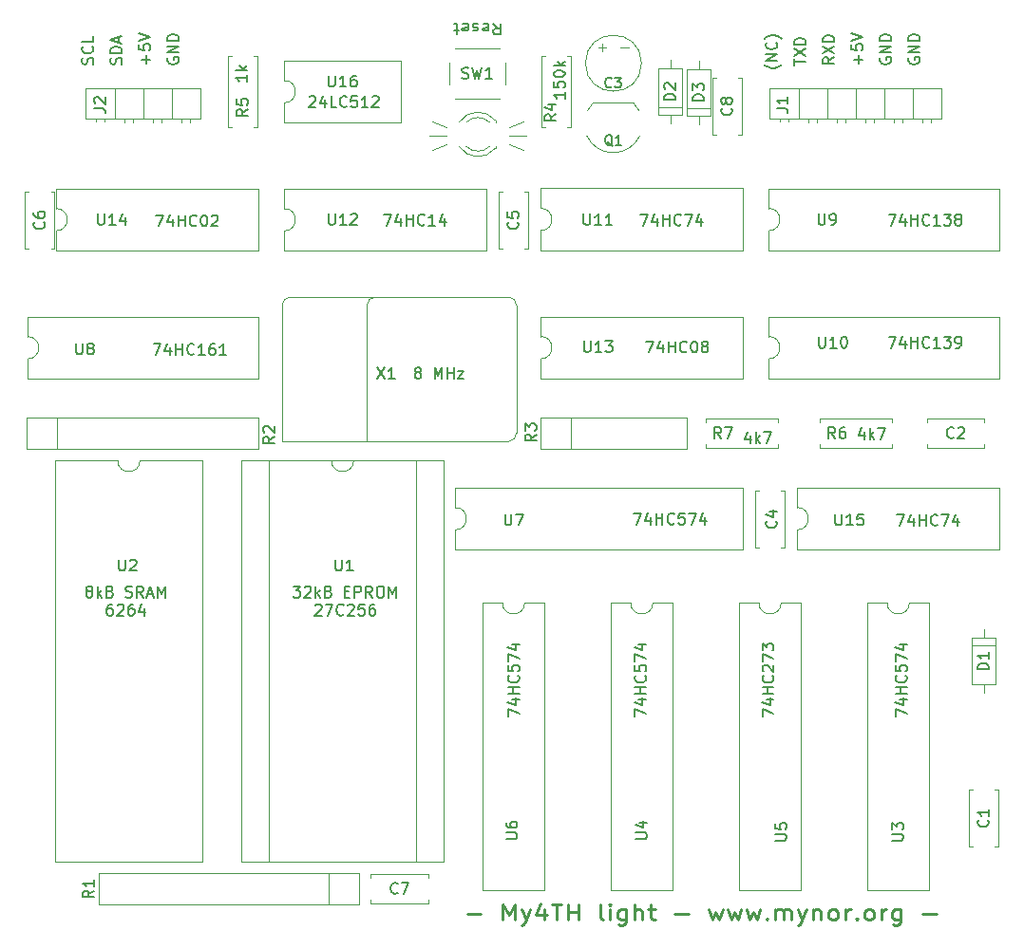
<source format=gto>
G04 #@! TF.GenerationSoftware,KiCad,Pcbnew,8.0.1*
G04 #@! TF.CreationDate,2024-04-15T00:40:42+08:00*
G04 #@! TF.ProjectId,my4th-light,6d793474-682d-46c6-9967-68742e6b6963,rev?*
G04 #@! TF.SameCoordinates,Original*
G04 #@! TF.FileFunction,Legend,Top*
G04 #@! TF.FilePolarity,Positive*
%FSLAX46Y46*%
G04 Gerber Fmt 4.6, Leading zero omitted, Abs format (unit mm)*
G04 Created by KiCad (PCBNEW 8.0.1) date 2024-04-15 00:40:42*
%MOMM*%
%LPD*%
G01*
G04 APERTURE LIST*
%ADD10C,0.120000*%
%ADD11C,0.150000*%
%ADD12C,0.250000*%
%ADD13C,0.100000*%
G04 APERTURE END LIST*
D10*
X166116000Y-55372000D02*
X164592000Y-55372000D01*
X166116000Y-54610000D02*
X164846000Y-54102000D01*
X171704000Y-54610000D02*
X172974000Y-54102000D01*
X171704000Y-56134000D02*
X172974000Y-56642000D01*
X166116000Y-56134000D02*
X164846000Y-56642000D01*
X171704000Y-55372000D02*
X173228000Y-55372000D01*
D11*
X176653819Y-51463411D02*
X176653819Y-52034839D01*
X176653819Y-51749125D02*
X175653819Y-51749125D01*
X175653819Y-51749125D02*
X175796676Y-51844363D01*
X175796676Y-51844363D02*
X175891914Y-51939601D01*
X175891914Y-51939601D02*
X175939533Y-52034839D01*
X175653819Y-50558649D02*
X175653819Y-51034839D01*
X175653819Y-51034839D02*
X176130009Y-51082458D01*
X176130009Y-51082458D02*
X176082390Y-51034839D01*
X176082390Y-51034839D02*
X176034771Y-50939601D01*
X176034771Y-50939601D02*
X176034771Y-50701506D01*
X176034771Y-50701506D02*
X176082390Y-50606268D01*
X176082390Y-50606268D02*
X176130009Y-50558649D01*
X176130009Y-50558649D02*
X176225247Y-50511030D01*
X176225247Y-50511030D02*
X176463342Y-50511030D01*
X176463342Y-50511030D02*
X176558580Y-50558649D01*
X176558580Y-50558649D02*
X176606200Y-50606268D01*
X176606200Y-50606268D02*
X176653819Y-50701506D01*
X176653819Y-50701506D02*
X176653819Y-50939601D01*
X176653819Y-50939601D02*
X176606200Y-51034839D01*
X176606200Y-51034839D02*
X176558580Y-51082458D01*
X175653819Y-49891982D02*
X175653819Y-49796744D01*
X175653819Y-49796744D02*
X175701438Y-49701506D01*
X175701438Y-49701506D02*
X175749057Y-49653887D01*
X175749057Y-49653887D02*
X175844295Y-49606268D01*
X175844295Y-49606268D02*
X176034771Y-49558649D01*
X176034771Y-49558649D02*
X176272866Y-49558649D01*
X176272866Y-49558649D02*
X176463342Y-49606268D01*
X176463342Y-49606268D02*
X176558580Y-49653887D01*
X176558580Y-49653887D02*
X176606200Y-49701506D01*
X176606200Y-49701506D02*
X176653819Y-49796744D01*
X176653819Y-49796744D02*
X176653819Y-49891982D01*
X176653819Y-49891982D02*
X176606200Y-49987220D01*
X176606200Y-49987220D02*
X176558580Y-50034839D01*
X176558580Y-50034839D02*
X176463342Y-50082458D01*
X176463342Y-50082458D02*
X176272866Y-50130077D01*
X176272866Y-50130077D02*
X176034771Y-50130077D01*
X176034771Y-50130077D02*
X175844295Y-50082458D01*
X175844295Y-50082458D02*
X175749057Y-50034839D01*
X175749057Y-50034839D02*
X175701438Y-49987220D01*
X175701438Y-49987220D02*
X175653819Y-49891982D01*
X176653819Y-49130077D02*
X175653819Y-49130077D01*
X176272866Y-49034839D02*
X176653819Y-48749125D01*
X175987152Y-48749125D02*
X176368104Y-49130077D01*
X153876762Y-51924057D02*
X153924381Y-51876438D01*
X153924381Y-51876438D02*
X154019619Y-51828819D01*
X154019619Y-51828819D02*
X154257714Y-51828819D01*
X154257714Y-51828819D02*
X154352952Y-51876438D01*
X154352952Y-51876438D02*
X154400571Y-51924057D01*
X154400571Y-51924057D02*
X154448190Y-52019295D01*
X154448190Y-52019295D02*
X154448190Y-52114533D01*
X154448190Y-52114533D02*
X154400571Y-52257390D01*
X154400571Y-52257390D02*
X153829143Y-52828819D01*
X153829143Y-52828819D02*
X154448190Y-52828819D01*
X155305333Y-52162152D02*
X155305333Y-52828819D01*
X155067238Y-51781200D02*
X154829143Y-52495485D01*
X154829143Y-52495485D02*
X155448190Y-52495485D01*
X156305333Y-52828819D02*
X155829143Y-52828819D01*
X155829143Y-52828819D02*
X155829143Y-51828819D01*
X157210095Y-52733580D02*
X157162476Y-52781200D01*
X157162476Y-52781200D02*
X157019619Y-52828819D01*
X157019619Y-52828819D02*
X156924381Y-52828819D01*
X156924381Y-52828819D02*
X156781524Y-52781200D01*
X156781524Y-52781200D02*
X156686286Y-52685961D01*
X156686286Y-52685961D02*
X156638667Y-52590723D01*
X156638667Y-52590723D02*
X156591048Y-52400247D01*
X156591048Y-52400247D02*
X156591048Y-52257390D01*
X156591048Y-52257390D02*
X156638667Y-52066914D01*
X156638667Y-52066914D02*
X156686286Y-51971676D01*
X156686286Y-51971676D02*
X156781524Y-51876438D01*
X156781524Y-51876438D02*
X156924381Y-51828819D01*
X156924381Y-51828819D02*
X157019619Y-51828819D01*
X157019619Y-51828819D02*
X157162476Y-51876438D01*
X157162476Y-51876438D02*
X157210095Y-51924057D01*
X158114857Y-51828819D02*
X157638667Y-51828819D01*
X157638667Y-51828819D02*
X157591048Y-52305009D01*
X157591048Y-52305009D02*
X157638667Y-52257390D01*
X157638667Y-52257390D02*
X157733905Y-52209771D01*
X157733905Y-52209771D02*
X157972000Y-52209771D01*
X157972000Y-52209771D02*
X158067238Y-52257390D01*
X158067238Y-52257390D02*
X158114857Y-52305009D01*
X158114857Y-52305009D02*
X158162476Y-52400247D01*
X158162476Y-52400247D02*
X158162476Y-52638342D01*
X158162476Y-52638342D02*
X158114857Y-52733580D01*
X158114857Y-52733580D02*
X158067238Y-52781200D01*
X158067238Y-52781200D02*
X157972000Y-52828819D01*
X157972000Y-52828819D02*
X157733905Y-52828819D01*
X157733905Y-52828819D02*
X157638667Y-52781200D01*
X157638667Y-52781200D02*
X157591048Y-52733580D01*
X159114857Y-52828819D02*
X158543429Y-52828819D01*
X158829143Y-52828819D02*
X158829143Y-51828819D01*
X158829143Y-51828819D02*
X158733905Y-51971676D01*
X158733905Y-51971676D02*
X158638667Y-52066914D01*
X158638667Y-52066914D02*
X158543429Y-52114533D01*
X159495810Y-51924057D02*
X159543429Y-51876438D01*
X159543429Y-51876438D02*
X159638667Y-51828819D01*
X159638667Y-51828819D02*
X159876762Y-51828819D01*
X159876762Y-51828819D02*
X159972000Y-51876438D01*
X159972000Y-51876438D02*
X160019619Y-51924057D01*
X160019619Y-51924057D02*
X160067238Y-52019295D01*
X160067238Y-52019295D02*
X160067238Y-52114533D01*
X160067238Y-52114533D02*
X160019619Y-52257390D01*
X160019619Y-52257390D02*
X159448191Y-52828819D01*
X159448191Y-52828819D02*
X160067238Y-52828819D01*
X137109200Y-48986839D02*
X137156819Y-48843982D01*
X137156819Y-48843982D02*
X137156819Y-48605887D01*
X137156819Y-48605887D02*
X137109200Y-48510649D01*
X137109200Y-48510649D02*
X137061580Y-48463030D01*
X137061580Y-48463030D02*
X136966342Y-48415411D01*
X136966342Y-48415411D02*
X136871104Y-48415411D01*
X136871104Y-48415411D02*
X136775866Y-48463030D01*
X136775866Y-48463030D02*
X136728247Y-48510649D01*
X136728247Y-48510649D02*
X136680628Y-48605887D01*
X136680628Y-48605887D02*
X136633009Y-48796363D01*
X136633009Y-48796363D02*
X136585390Y-48891601D01*
X136585390Y-48891601D02*
X136537771Y-48939220D01*
X136537771Y-48939220D02*
X136442533Y-48986839D01*
X136442533Y-48986839D02*
X136347295Y-48986839D01*
X136347295Y-48986839D02*
X136252057Y-48939220D01*
X136252057Y-48939220D02*
X136204438Y-48891601D01*
X136204438Y-48891601D02*
X136156819Y-48796363D01*
X136156819Y-48796363D02*
X136156819Y-48558268D01*
X136156819Y-48558268D02*
X136204438Y-48415411D01*
X137156819Y-47986839D02*
X136156819Y-47986839D01*
X136156819Y-47986839D02*
X136156819Y-47748744D01*
X136156819Y-47748744D02*
X136204438Y-47605887D01*
X136204438Y-47605887D02*
X136299676Y-47510649D01*
X136299676Y-47510649D02*
X136394914Y-47463030D01*
X136394914Y-47463030D02*
X136585390Y-47415411D01*
X136585390Y-47415411D02*
X136728247Y-47415411D01*
X136728247Y-47415411D02*
X136918723Y-47463030D01*
X136918723Y-47463030D02*
X137013961Y-47510649D01*
X137013961Y-47510649D02*
X137109200Y-47605887D01*
X137109200Y-47605887D02*
X137156819Y-47748744D01*
X137156819Y-47748744D02*
X137156819Y-47986839D01*
X136871104Y-47034458D02*
X136871104Y-46558268D01*
X137156819Y-47129696D02*
X136156819Y-46796363D01*
X136156819Y-46796363D02*
X137156819Y-46463030D01*
X193170350Y-82134152D02*
X193170350Y-82800819D01*
X192932255Y-81753200D02*
X192694160Y-82467485D01*
X192694160Y-82467485D02*
X193313207Y-82467485D01*
X193694160Y-82800819D02*
X193694160Y-81800819D01*
X193789398Y-82419866D02*
X194075112Y-82800819D01*
X194075112Y-82134152D02*
X193694160Y-82515104D01*
X194408446Y-81800819D02*
X195075112Y-81800819D01*
X195075112Y-81800819D02*
X194646541Y-82800819D01*
X182892819Y-107147904D02*
X182892819Y-106481238D01*
X182892819Y-106481238D02*
X183892819Y-106909809D01*
X183226152Y-105671714D02*
X183892819Y-105671714D01*
X182845200Y-105909809D02*
X183559485Y-106147904D01*
X183559485Y-106147904D02*
X183559485Y-105528857D01*
X183892819Y-105147904D02*
X182892819Y-105147904D01*
X183369009Y-105147904D02*
X183369009Y-104576476D01*
X183892819Y-104576476D02*
X182892819Y-104576476D01*
X183797580Y-103528857D02*
X183845200Y-103576476D01*
X183845200Y-103576476D02*
X183892819Y-103719333D01*
X183892819Y-103719333D02*
X183892819Y-103814571D01*
X183892819Y-103814571D02*
X183845200Y-103957428D01*
X183845200Y-103957428D02*
X183749961Y-104052666D01*
X183749961Y-104052666D02*
X183654723Y-104100285D01*
X183654723Y-104100285D02*
X183464247Y-104147904D01*
X183464247Y-104147904D02*
X183321390Y-104147904D01*
X183321390Y-104147904D02*
X183130914Y-104100285D01*
X183130914Y-104100285D02*
X183035676Y-104052666D01*
X183035676Y-104052666D02*
X182940438Y-103957428D01*
X182940438Y-103957428D02*
X182892819Y-103814571D01*
X182892819Y-103814571D02*
X182892819Y-103719333D01*
X182892819Y-103719333D02*
X182940438Y-103576476D01*
X182940438Y-103576476D02*
X182988057Y-103528857D01*
X182892819Y-102624095D02*
X182892819Y-103100285D01*
X182892819Y-103100285D02*
X183369009Y-103147904D01*
X183369009Y-103147904D02*
X183321390Y-103100285D01*
X183321390Y-103100285D02*
X183273771Y-103005047D01*
X183273771Y-103005047D02*
X183273771Y-102766952D01*
X183273771Y-102766952D02*
X183321390Y-102671714D01*
X183321390Y-102671714D02*
X183369009Y-102624095D01*
X183369009Y-102624095D02*
X183464247Y-102576476D01*
X183464247Y-102576476D02*
X183702342Y-102576476D01*
X183702342Y-102576476D02*
X183797580Y-102624095D01*
X183797580Y-102624095D02*
X183845200Y-102671714D01*
X183845200Y-102671714D02*
X183892819Y-102766952D01*
X183892819Y-102766952D02*
X183892819Y-103005047D01*
X183892819Y-103005047D02*
X183845200Y-103100285D01*
X183845200Y-103100285D02*
X183797580Y-103147904D01*
X182892819Y-102243142D02*
X182892819Y-101576476D01*
X182892819Y-101576476D02*
X183892819Y-102005047D01*
X183226152Y-100766952D02*
X183892819Y-100766952D01*
X182845200Y-101005047D02*
X183559485Y-101243142D01*
X183559485Y-101243142D02*
X183559485Y-100624095D01*
X200656819Y-48367792D02*
X200180628Y-48701125D01*
X200656819Y-48939220D02*
X199656819Y-48939220D01*
X199656819Y-48939220D02*
X199656819Y-48558268D01*
X199656819Y-48558268D02*
X199704438Y-48463030D01*
X199704438Y-48463030D02*
X199752057Y-48415411D01*
X199752057Y-48415411D02*
X199847295Y-48367792D01*
X199847295Y-48367792D02*
X199990152Y-48367792D01*
X199990152Y-48367792D02*
X200085390Y-48415411D01*
X200085390Y-48415411D02*
X200133009Y-48463030D01*
X200133009Y-48463030D02*
X200180628Y-48558268D01*
X200180628Y-48558268D02*
X200180628Y-48939220D01*
X199656819Y-48034458D02*
X200656819Y-47367792D01*
X199656819Y-47367792D02*
X200656819Y-48034458D01*
X200656819Y-46986839D02*
X199656819Y-46986839D01*
X199656819Y-46986839D02*
X199656819Y-46748744D01*
X199656819Y-46748744D02*
X199704438Y-46605887D01*
X199704438Y-46605887D02*
X199799676Y-46510649D01*
X199799676Y-46510649D02*
X199894914Y-46463030D01*
X199894914Y-46463030D02*
X200085390Y-46415411D01*
X200085390Y-46415411D02*
X200228247Y-46415411D01*
X200228247Y-46415411D02*
X200418723Y-46463030D01*
X200418723Y-46463030D02*
X200513961Y-46510649D01*
X200513961Y-46510649D02*
X200609200Y-46605887D01*
X200609200Y-46605887D02*
X200656819Y-46748744D01*
X200656819Y-46748744D02*
X200656819Y-46986839D01*
X195957771Y-49034506D02*
X195910152Y-49082125D01*
X195910152Y-49082125D02*
X195767295Y-49177363D01*
X195767295Y-49177363D02*
X195672057Y-49224982D01*
X195672057Y-49224982D02*
X195529200Y-49272601D01*
X195529200Y-49272601D02*
X195291104Y-49320220D01*
X195291104Y-49320220D02*
X195100628Y-49320220D01*
X195100628Y-49320220D02*
X194862533Y-49272601D01*
X194862533Y-49272601D02*
X194719676Y-49224982D01*
X194719676Y-49224982D02*
X194624438Y-49177363D01*
X194624438Y-49177363D02*
X194481580Y-49082125D01*
X194481580Y-49082125D02*
X194433961Y-49034506D01*
X195576819Y-48653553D02*
X194576819Y-48653553D01*
X194576819Y-48653553D02*
X195576819Y-48082125D01*
X195576819Y-48082125D02*
X194576819Y-48082125D01*
X195481580Y-47034506D02*
X195529200Y-47082125D01*
X195529200Y-47082125D02*
X195576819Y-47224982D01*
X195576819Y-47224982D02*
X195576819Y-47320220D01*
X195576819Y-47320220D02*
X195529200Y-47463077D01*
X195529200Y-47463077D02*
X195433961Y-47558315D01*
X195433961Y-47558315D02*
X195338723Y-47605934D01*
X195338723Y-47605934D02*
X195148247Y-47653553D01*
X195148247Y-47653553D02*
X195005390Y-47653553D01*
X195005390Y-47653553D02*
X194814914Y-47605934D01*
X194814914Y-47605934D02*
X194719676Y-47558315D01*
X194719676Y-47558315D02*
X194624438Y-47463077D01*
X194624438Y-47463077D02*
X194576819Y-47320220D01*
X194576819Y-47320220D02*
X194576819Y-47224982D01*
X194576819Y-47224982D02*
X194624438Y-47082125D01*
X194624438Y-47082125D02*
X194672057Y-47034506D01*
X195957771Y-46701172D02*
X195910152Y-46653553D01*
X195910152Y-46653553D02*
X195767295Y-46558315D01*
X195767295Y-46558315D02*
X195672057Y-46510696D01*
X195672057Y-46510696D02*
X195529200Y-46463077D01*
X195529200Y-46463077D02*
X195291104Y-46415458D01*
X195291104Y-46415458D02*
X195100628Y-46415458D01*
X195100628Y-46415458D02*
X194862533Y-46463077D01*
X194862533Y-46463077D02*
X194719676Y-46510696D01*
X194719676Y-46510696D02*
X194624438Y-46558315D01*
X194624438Y-46558315D02*
X194481580Y-46653553D01*
X194481580Y-46653553D02*
X194433961Y-46701172D01*
X152456143Y-95557875D02*
X153075190Y-95557875D01*
X153075190Y-95557875D02*
X152741857Y-95938827D01*
X152741857Y-95938827D02*
X152884714Y-95938827D01*
X152884714Y-95938827D02*
X152979952Y-95986446D01*
X152979952Y-95986446D02*
X153027571Y-96034065D01*
X153027571Y-96034065D02*
X153075190Y-96129303D01*
X153075190Y-96129303D02*
X153075190Y-96367398D01*
X153075190Y-96367398D02*
X153027571Y-96462636D01*
X153027571Y-96462636D02*
X152979952Y-96510256D01*
X152979952Y-96510256D02*
X152884714Y-96557875D01*
X152884714Y-96557875D02*
X152599000Y-96557875D01*
X152599000Y-96557875D02*
X152503762Y-96510256D01*
X152503762Y-96510256D02*
X152456143Y-96462636D01*
X153456143Y-95653113D02*
X153503762Y-95605494D01*
X153503762Y-95605494D02*
X153599000Y-95557875D01*
X153599000Y-95557875D02*
X153837095Y-95557875D01*
X153837095Y-95557875D02*
X153932333Y-95605494D01*
X153932333Y-95605494D02*
X153979952Y-95653113D01*
X153979952Y-95653113D02*
X154027571Y-95748351D01*
X154027571Y-95748351D02*
X154027571Y-95843589D01*
X154027571Y-95843589D02*
X153979952Y-95986446D01*
X153979952Y-95986446D02*
X153408524Y-96557875D01*
X153408524Y-96557875D02*
X154027571Y-96557875D01*
X154456143Y-96557875D02*
X154456143Y-95557875D01*
X154551381Y-96176922D02*
X154837095Y-96557875D01*
X154837095Y-95891208D02*
X154456143Y-96272160D01*
X155599000Y-96034065D02*
X155741857Y-96081684D01*
X155741857Y-96081684D02*
X155789476Y-96129303D01*
X155789476Y-96129303D02*
X155837095Y-96224541D01*
X155837095Y-96224541D02*
X155837095Y-96367398D01*
X155837095Y-96367398D02*
X155789476Y-96462636D01*
X155789476Y-96462636D02*
X155741857Y-96510256D01*
X155741857Y-96510256D02*
X155646619Y-96557875D01*
X155646619Y-96557875D02*
X155265667Y-96557875D01*
X155265667Y-96557875D02*
X155265667Y-95557875D01*
X155265667Y-95557875D02*
X155599000Y-95557875D01*
X155599000Y-95557875D02*
X155694238Y-95605494D01*
X155694238Y-95605494D02*
X155741857Y-95653113D01*
X155741857Y-95653113D02*
X155789476Y-95748351D01*
X155789476Y-95748351D02*
X155789476Y-95843589D01*
X155789476Y-95843589D02*
X155741857Y-95938827D01*
X155741857Y-95938827D02*
X155694238Y-95986446D01*
X155694238Y-95986446D02*
X155599000Y-96034065D01*
X155599000Y-96034065D02*
X155265667Y-96034065D01*
X157027572Y-96034065D02*
X157360905Y-96034065D01*
X157503762Y-96557875D02*
X157027572Y-96557875D01*
X157027572Y-96557875D02*
X157027572Y-95557875D01*
X157027572Y-95557875D02*
X157503762Y-95557875D01*
X157932334Y-96557875D02*
X157932334Y-95557875D01*
X157932334Y-95557875D02*
X158313286Y-95557875D01*
X158313286Y-95557875D02*
X158408524Y-95605494D01*
X158408524Y-95605494D02*
X158456143Y-95653113D01*
X158456143Y-95653113D02*
X158503762Y-95748351D01*
X158503762Y-95748351D02*
X158503762Y-95891208D01*
X158503762Y-95891208D02*
X158456143Y-95986446D01*
X158456143Y-95986446D02*
X158408524Y-96034065D01*
X158408524Y-96034065D02*
X158313286Y-96081684D01*
X158313286Y-96081684D02*
X157932334Y-96081684D01*
X159503762Y-96557875D02*
X159170429Y-96081684D01*
X158932334Y-96557875D02*
X158932334Y-95557875D01*
X158932334Y-95557875D02*
X159313286Y-95557875D01*
X159313286Y-95557875D02*
X159408524Y-95605494D01*
X159408524Y-95605494D02*
X159456143Y-95653113D01*
X159456143Y-95653113D02*
X159503762Y-95748351D01*
X159503762Y-95748351D02*
X159503762Y-95891208D01*
X159503762Y-95891208D02*
X159456143Y-95986446D01*
X159456143Y-95986446D02*
X159408524Y-96034065D01*
X159408524Y-96034065D02*
X159313286Y-96081684D01*
X159313286Y-96081684D02*
X158932334Y-96081684D01*
X160122810Y-95557875D02*
X160313286Y-95557875D01*
X160313286Y-95557875D02*
X160408524Y-95605494D01*
X160408524Y-95605494D02*
X160503762Y-95700732D01*
X160503762Y-95700732D02*
X160551381Y-95891208D01*
X160551381Y-95891208D02*
X160551381Y-96224541D01*
X160551381Y-96224541D02*
X160503762Y-96415017D01*
X160503762Y-96415017D02*
X160408524Y-96510256D01*
X160408524Y-96510256D02*
X160313286Y-96557875D01*
X160313286Y-96557875D02*
X160122810Y-96557875D01*
X160122810Y-96557875D02*
X160027572Y-96510256D01*
X160027572Y-96510256D02*
X159932334Y-96415017D01*
X159932334Y-96415017D02*
X159884715Y-96224541D01*
X159884715Y-96224541D02*
X159884715Y-95891208D01*
X159884715Y-95891208D02*
X159932334Y-95700732D01*
X159932334Y-95700732D02*
X160027572Y-95605494D01*
X160027572Y-95605494D02*
X160122810Y-95557875D01*
X160979953Y-96557875D02*
X160979953Y-95557875D01*
X160979953Y-95557875D02*
X161313286Y-96272160D01*
X161313286Y-96272160D02*
X161646619Y-95557875D01*
X161646619Y-95557875D02*
X161646619Y-96557875D01*
X154408524Y-97263057D02*
X154456143Y-97215438D01*
X154456143Y-97215438D02*
X154551381Y-97167819D01*
X154551381Y-97167819D02*
X154789476Y-97167819D01*
X154789476Y-97167819D02*
X154884714Y-97215438D01*
X154884714Y-97215438D02*
X154932333Y-97263057D01*
X154932333Y-97263057D02*
X154979952Y-97358295D01*
X154979952Y-97358295D02*
X154979952Y-97453533D01*
X154979952Y-97453533D02*
X154932333Y-97596390D01*
X154932333Y-97596390D02*
X154360905Y-98167819D01*
X154360905Y-98167819D02*
X154979952Y-98167819D01*
X155313286Y-97167819D02*
X155979952Y-97167819D01*
X155979952Y-97167819D02*
X155551381Y-98167819D01*
X156932333Y-98072580D02*
X156884714Y-98120200D01*
X156884714Y-98120200D02*
X156741857Y-98167819D01*
X156741857Y-98167819D02*
X156646619Y-98167819D01*
X156646619Y-98167819D02*
X156503762Y-98120200D01*
X156503762Y-98120200D02*
X156408524Y-98024961D01*
X156408524Y-98024961D02*
X156360905Y-97929723D01*
X156360905Y-97929723D02*
X156313286Y-97739247D01*
X156313286Y-97739247D02*
X156313286Y-97596390D01*
X156313286Y-97596390D02*
X156360905Y-97405914D01*
X156360905Y-97405914D02*
X156408524Y-97310676D01*
X156408524Y-97310676D02*
X156503762Y-97215438D01*
X156503762Y-97215438D02*
X156646619Y-97167819D01*
X156646619Y-97167819D02*
X156741857Y-97167819D01*
X156741857Y-97167819D02*
X156884714Y-97215438D01*
X156884714Y-97215438D02*
X156932333Y-97263057D01*
X157313286Y-97263057D02*
X157360905Y-97215438D01*
X157360905Y-97215438D02*
X157456143Y-97167819D01*
X157456143Y-97167819D02*
X157694238Y-97167819D01*
X157694238Y-97167819D02*
X157789476Y-97215438D01*
X157789476Y-97215438D02*
X157837095Y-97263057D01*
X157837095Y-97263057D02*
X157884714Y-97358295D01*
X157884714Y-97358295D02*
X157884714Y-97453533D01*
X157884714Y-97453533D02*
X157837095Y-97596390D01*
X157837095Y-97596390D02*
X157265667Y-98167819D01*
X157265667Y-98167819D02*
X157884714Y-98167819D01*
X158789476Y-97167819D02*
X158313286Y-97167819D01*
X158313286Y-97167819D02*
X158265667Y-97644009D01*
X158265667Y-97644009D02*
X158313286Y-97596390D01*
X158313286Y-97596390D02*
X158408524Y-97548771D01*
X158408524Y-97548771D02*
X158646619Y-97548771D01*
X158646619Y-97548771D02*
X158741857Y-97596390D01*
X158741857Y-97596390D02*
X158789476Y-97644009D01*
X158789476Y-97644009D02*
X158837095Y-97739247D01*
X158837095Y-97739247D02*
X158837095Y-97977342D01*
X158837095Y-97977342D02*
X158789476Y-98072580D01*
X158789476Y-98072580D02*
X158741857Y-98120200D01*
X158741857Y-98120200D02*
X158646619Y-98167819D01*
X158646619Y-98167819D02*
X158408524Y-98167819D01*
X158408524Y-98167819D02*
X158313286Y-98120200D01*
X158313286Y-98120200D02*
X158265667Y-98072580D01*
X159694238Y-97167819D02*
X159503762Y-97167819D01*
X159503762Y-97167819D02*
X159408524Y-97215438D01*
X159408524Y-97215438D02*
X159360905Y-97263057D01*
X159360905Y-97263057D02*
X159265667Y-97405914D01*
X159265667Y-97405914D02*
X159218048Y-97596390D01*
X159218048Y-97596390D02*
X159218048Y-97977342D01*
X159218048Y-97977342D02*
X159265667Y-98072580D01*
X159265667Y-98072580D02*
X159313286Y-98120200D01*
X159313286Y-98120200D02*
X159408524Y-98167819D01*
X159408524Y-98167819D02*
X159599000Y-98167819D01*
X159599000Y-98167819D02*
X159694238Y-98120200D01*
X159694238Y-98120200D02*
X159741857Y-98072580D01*
X159741857Y-98072580D02*
X159789476Y-97977342D01*
X159789476Y-97977342D02*
X159789476Y-97739247D01*
X159789476Y-97739247D02*
X159741857Y-97644009D01*
X159741857Y-97644009D02*
X159694238Y-97596390D01*
X159694238Y-97596390D02*
X159599000Y-97548771D01*
X159599000Y-97548771D02*
X159408524Y-97548771D01*
X159408524Y-97548771D02*
X159313286Y-97596390D01*
X159313286Y-97596390D02*
X159265667Y-97644009D01*
X159265667Y-97644009D02*
X159218048Y-97739247D01*
X183396286Y-62369819D02*
X184062952Y-62369819D01*
X184062952Y-62369819D02*
X183634381Y-63369819D01*
X184872476Y-62703152D02*
X184872476Y-63369819D01*
X184634381Y-62322200D02*
X184396286Y-63036485D01*
X184396286Y-63036485D02*
X185015333Y-63036485D01*
X185396286Y-63369819D02*
X185396286Y-62369819D01*
X185396286Y-62846009D02*
X185967714Y-62846009D01*
X185967714Y-63369819D02*
X185967714Y-62369819D01*
X187015333Y-63274580D02*
X186967714Y-63322200D01*
X186967714Y-63322200D02*
X186824857Y-63369819D01*
X186824857Y-63369819D02*
X186729619Y-63369819D01*
X186729619Y-63369819D02*
X186586762Y-63322200D01*
X186586762Y-63322200D02*
X186491524Y-63226961D01*
X186491524Y-63226961D02*
X186443905Y-63131723D01*
X186443905Y-63131723D02*
X186396286Y-62941247D01*
X186396286Y-62941247D02*
X186396286Y-62798390D01*
X186396286Y-62798390D02*
X186443905Y-62607914D01*
X186443905Y-62607914D02*
X186491524Y-62512676D01*
X186491524Y-62512676D02*
X186586762Y-62417438D01*
X186586762Y-62417438D02*
X186729619Y-62369819D01*
X186729619Y-62369819D02*
X186824857Y-62369819D01*
X186824857Y-62369819D02*
X186967714Y-62417438D01*
X186967714Y-62417438D02*
X187015333Y-62465057D01*
X187348667Y-62369819D02*
X188015333Y-62369819D01*
X188015333Y-62369819D02*
X187586762Y-63369819D01*
X188824857Y-62703152D02*
X188824857Y-63369819D01*
X188586762Y-62322200D02*
X188348667Y-63036485D01*
X188348667Y-63036485D02*
X188967714Y-63036485D01*
X141284438Y-48415411D02*
X141236819Y-48510649D01*
X141236819Y-48510649D02*
X141236819Y-48653506D01*
X141236819Y-48653506D02*
X141284438Y-48796363D01*
X141284438Y-48796363D02*
X141379676Y-48891601D01*
X141379676Y-48891601D02*
X141474914Y-48939220D01*
X141474914Y-48939220D02*
X141665390Y-48986839D01*
X141665390Y-48986839D02*
X141808247Y-48986839D01*
X141808247Y-48986839D02*
X141998723Y-48939220D01*
X141998723Y-48939220D02*
X142093961Y-48891601D01*
X142093961Y-48891601D02*
X142189200Y-48796363D01*
X142189200Y-48796363D02*
X142236819Y-48653506D01*
X142236819Y-48653506D02*
X142236819Y-48558268D01*
X142236819Y-48558268D02*
X142189200Y-48415411D01*
X142189200Y-48415411D02*
X142141580Y-48367792D01*
X142141580Y-48367792D02*
X141808247Y-48367792D01*
X141808247Y-48367792D02*
X141808247Y-48558268D01*
X142236819Y-47939220D02*
X141236819Y-47939220D01*
X141236819Y-47939220D02*
X142236819Y-47367792D01*
X142236819Y-47367792D02*
X141236819Y-47367792D01*
X142236819Y-46891601D02*
X141236819Y-46891601D01*
X141236819Y-46891601D02*
X141236819Y-46653506D01*
X141236819Y-46653506D02*
X141284438Y-46510649D01*
X141284438Y-46510649D02*
X141379676Y-46415411D01*
X141379676Y-46415411D02*
X141474914Y-46367792D01*
X141474914Y-46367792D02*
X141665390Y-46320173D01*
X141665390Y-46320173D02*
X141808247Y-46320173D01*
X141808247Y-46320173D02*
X141998723Y-46367792D01*
X141998723Y-46367792D02*
X142093961Y-46415411D01*
X142093961Y-46415411D02*
X142189200Y-46510649D01*
X142189200Y-46510649D02*
X142236819Y-46653506D01*
X142236819Y-46653506D02*
X142236819Y-46891601D01*
X134569200Y-48986839D02*
X134616819Y-48843982D01*
X134616819Y-48843982D02*
X134616819Y-48605887D01*
X134616819Y-48605887D02*
X134569200Y-48510649D01*
X134569200Y-48510649D02*
X134521580Y-48463030D01*
X134521580Y-48463030D02*
X134426342Y-48415411D01*
X134426342Y-48415411D02*
X134331104Y-48415411D01*
X134331104Y-48415411D02*
X134235866Y-48463030D01*
X134235866Y-48463030D02*
X134188247Y-48510649D01*
X134188247Y-48510649D02*
X134140628Y-48605887D01*
X134140628Y-48605887D02*
X134093009Y-48796363D01*
X134093009Y-48796363D02*
X134045390Y-48891601D01*
X134045390Y-48891601D02*
X133997771Y-48939220D01*
X133997771Y-48939220D02*
X133902533Y-48986839D01*
X133902533Y-48986839D02*
X133807295Y-48986839D01*
X133807295Y-48986839D02*
X133712057Y-48939220D01*
X133712057Y-48939220D02*
X133664438Y-48891601D01*
X133664438Y-48891601D02*
X133616819Y-48796363D01*
X133616819Y-48796363D02*
X133616819Y-48558268D01*
X133616819Y-48558268D02*
X133664438Y-48415411D01*
X134521580Y-47415411D02*
X134569200Y-47463030D01*
X134569200Y-47463030D02*
X134616819Y-47605887D01*
X134616819Y-47605887D02*
X134616819Y-47701125D01*
X134616819Y-47701125D02*
X134569200Y-47843982D01*
X134569200Y-47843982D02*
X134473961Y-47939220D01*
X134473961Y-47939220D02*
X134378723Y-47986839D01*
X134378723Y-47986839D02*
X134188247Y-48034458D01*
X134188247Y-48034458D02*
X134045390Y-48034458D01*
X134045390Y-48034458D02*
X133854914Y-47986839D01*
X133854914Y-47986839D02*
X133759676Y-47939220D01*
X133759676Y-47939220D02*
X133664438Y-47843982D01*
X133664438Y-47843982D02*
X133616819Y-47701125D01*
X133616819Y-47701125D02*
X133616819Y-47605887D01*
X133616819Y-47605887D02*
X133664438Y-47463030D01*
X133664438Y-47463030D02*
X133712057Y-47415411D01*
X134616819Y-46510649D02*
X134616819Y-46986839D01*
X134616819Y-46986839D02*
X133616819Y-46986839D01*
X202815866Y-48939220D02*
X202815866Y-48177316D01*
X203196819Y-48558268D02*
X202434914Y-48558268D01*
X202196819Y-47224935D02*
X202196819Y-47701125D01*
X202196819Y-47701125D02*
X202673009Y-47748744D01*
X202673009Y-47748744D02*
X202625390Y-47701125D01*
X202625390Y-47701125D02*
X202577771Y-47605887D01*
X202577771Y-47605887D02*
X202577771Y-47367792D01*
X202577771Y-47367792D02*
X202625390Y-47272554D01*
X202625390Y-47272554D02*
X202673009Y-47224935D01*
X202673009Y-47224935D02*
X202768247Y-47177316D01*
X202768247Y-47177316D02*
X203006342Y-47177316D01*
X203006342Y-47177316D02*
X203101580Y-47224935D01*
X203101580Y-47224935D02*
X203149200Y-47272554D01*
X203149200Y-47272554D02*
X203196819Y-47367792D01*
X203196819Y-47367792D02*
X203196819Y-47605887D01*
X203196819Y-47605887D02*
X203149200Y-47701125D01*
X203149200Y-47701125D02*
X203101580Y-47748744D01*
X202196819Y-46891601D02*
X203196819Y-46558268D01*
X203196819Y-46558268D02*
X202196819Y-46224935D01*
X182793095Y-89039819D02*
X183459761Y-89039819D01*
X183459761Y-89039819D02*
X183031190Y-90039819D01*
X184269285Y-89373152D02*
X184269285Y-90039819D01*
X184031190Y-88992200D02*
X183793095Y-89706485D01*
X183793095Y-89706485D02*
X184412142Y-89706485D01*
X184793095Y-90039819D02*
X184793095Y-89039819D01*
X184793095Y-89516009D02*
X185364523Y-89516009D01*
X185364523Y-90039819D02*
X185364523Y-89039819D01*
X186412142Y-89944580D02*
X186364523Y-89992200D01*
X186364523Y-89992200D02*
X186221666Y-90039819D01*
X186221666Y-90039819D02*
X186126428Y-90039819D01*
X186126428Y-90039819D02*
X185983571Y-89992200D01*
X185983571Y-89992200D02*
X185888333Y-89896961D01*
X185888333Y-89896961D02*
X185840714Y-89801723D01*
X185840714Y-89801723D02*
X185793095Y-89611247D01*
X185793095Y-89611247D02*
X185793095Y-89468390D01*
X185793095Y-89468390D02*
X185840714Y-89277914D01*
X185840714Y-89277914D02*
X185888333Y-89182676D01*
X185888333Y-89182676D02*
X185983571Y-89087438D01*
X185983571Y-89087438D02*
X186126428Y-89039819D01*
X186126428Y-89039819D02*
X186221666Y-89039819D01*
X186221666Y-89039819D02*
X186364523Y-89087438D01*
X186364523Y-89087438D02*
X186412142Y-89135057D01*
X187316904Y-89039819D02*
X186840714Y-89039819D01*
X186840714Y-89039819D02*
X186793095Y-89516009D01*
X186793095Y-89516009D02*
X186840714Y-89468390D01*
X186840714Y-89468390D02*
X186935952Y-89420771D01*
X186935952Y-89420771D02*
X187174047Y-89420771D01*
X187174047Y-89420771D02*
X187269285Y-89468390D01*
X187269285Y-89468390D02*
X187316904Y-89516009D01*
X187316904Y-89516009D02*
X187364523Y-89611247D01*
X187364523Y-89611247D02*
X187364523Y-89849342D01*
X187364523Y-89849342D02*
X187316904Y-89944580D01*
X187316904Y-89944580D02*
X187269285Y-89992200D01*
X187269285Y-89992200D02*
X187174047Y-90039819D01*
X187174047Y-90039819D02*
X186935952Y-90039819D01*
X186935952Y-90039819D02*
X186840714Y-89992200D01*
X186840714Y-89992200D02*
X186793095Y-89944580D01*
X187697857Y-89039819D02*
X188364523Y-89039819D01*
X188364523Y-89039819D02*
X187935952Y-90039819D01*
X189174047Y-89373152D02*
X189174047Y-90039819D01*
X188935952Y-88992200D02*
X188697857Y-89706485D01*
X188697857Y-89706485D02*
X189316904Y-89706485D01*
X206256286Y-89166819D02*
X206922952Y-89166819D01*
X206922952Y-89166819D02*
X206494381Y-90166819D01*
X207732476Y-89500152D02*
X207732476Y-90166819D01*
X207494381Y-89119200D02*
X207256286Y-89833485D01*
X207256286Y-89833485D02*
X207875333Y-89833485D01*
X208256286Y-90166819D02*
X208256286Y-89166819D01*
X208256286Y-89643009D02*
X208827714Y-89643009D01*
X208827714Y-90166819D02*
X208827714Y-89166819D01*
X209875333Y-90071580D02*
X209827714Y-90119200D01*
X209827714Y-90119200D02*
X209684857Y-90166819D01*
X209684857Y-90166819D02*
X209589619Y-90166819D01*
X209589619Y-90166819D02*
X209446762Y-90119200D01*
X209446762Y-90119200D02*
X209351524Y-90023961D01*
X209351524Y-90023961D02*
X209303905Y-89928723D01*
X209303905Y-89928723D02*
X209256286Y-89738247D01*
X209256286Y-89738247D02*
X209256286Y-89595390D01*
X209256286Y-89595390D02*
X209303905Y-89404914D01*
X209303905Y-89404914D02*
X209351524Y-89309676D01*
X209351524Y-89309676D02*
X209446762Y-89214438D01*
X209446762Y-89214438D02*
X209589619Y-89166819D01*
X209589619Y-89166819D02*
X209684857Y-89166819D01*
X209684857Y-89166819D02*
X209827714Y-89214438D01*
X209827714Y-89214438D02*
X209875333Y-89262057D01*
X210208667Y-89166819D02*
X210875333Y-89166819D01*
X210875333Y-89166819D02*
X210446762Y-90166819D01*
X211684857Y-89500152D02*
X211684857Y-90166819D01*
X211446762Y-89119200D02*
X211208667Y-89833485D01*
X211208667Y-89833485D02*
X211827714Y-89833485D01*
X139315866Y-48939220D02*
X139315866Y-48177316D01*
X139696819Y-48558268D02*
X138934914Y-48558268D01*
X138696819Y-47224935D02*
X138696819Y-47701125D01*
X138696819Y-47701125D02*
X139173009Y-47748744D01*
X139173009Y-47748744D02*
X139125390Y-47701125D01*
X139125390Y-47701125D02*
X139077771Y-47605887D01*
X139077771Y-47605887D02*
X139077771Y-47367792D01*
X139077771Y-47367792D02*
X139125390Y-47272554D01*
X139125390Y-47272554D02*
X139173009Y-47224935D01*
X139173009Y-47224935D02*
X139268247Y-47177316D01*
X139268247Y-47177316D02*
X139506342Y-47177316D01*
X139506342Y-47177316D02*
X139601580Y-47224935D01*
X139601580Y-47224935D02*
X139649200Y-47272554D01*
X139649200Y-47272554D02*
X139696819Y-47367792D01*
X139696819Y-47367792D02*
X139696819Y-47605887D01*
X139696819Y-47605887D02*
X139649200Y-47701125D01*
X139649200Y-47701125D02*
X139601580Y-47748744D01*
X138696819Y-46891601D02*
X139696819Y-46558268D01*
X139696819Y-46558268D02*
X138696819Y-46224935D01*
X205526095Y-62369819D02*
X206192761Y-62369819D01*
X206192761Y-62369819D02*
X205764190Y-63369819D01*
X207002285Y-62703152D02*
X207002285Y-63369819D01*
X206764190Y-62322200D02*
X206526095Y-63036485D01*
X206526095Y-63036485D02*
X207145142Y-63036485D01*
X207526095Y-63369819D02*
X207526095Y-62369819D01*
X207526095Y-62846009D02*
X208097523Y-62846009D01*
X208097523Y-63369819D02*
X208097523Y-62369819D01*
X209145142Y-63274580D02*
X209097523Y-63322200D01*
X209097523Y-63322200D02*
X208954666Y-63369819D01*
X208954666Y-63369819D02*
X208859428Y-63369819D01*
X208859428Y-63369819D02*
X208716571Y-63322200D01*
X208716571Y-63322200D02*
X208621333Y-63226961D01*
X208621333Y-63226961D02*
X208573714Y-63131723D01*
X208573714Y-63131723D02*
X208526095Y-62941247D01*
X208526095Y-62941247D02*
X208526095Y-62798390D01*
X208526095Y-62798390D02*
X208573714Y-62607914D01*
X208573714Y-62607914D02*
X208621333Y-62512676D01*
X208621333Y-62512676D02*
X208716571Y-62417438D01*
X208716571Y-62417438D02*
X208859428Y-62369819D01*
X208859428Y-62369819D02*
X208954666Y-62369819D01*
X208954666Y-62369819D02*
X209097523Y-62417438D01*
X209097523Y-62417438D02*
X209145142Y-62465057D01*
X210097523Y-63369819D02*
X209526095Y-63369819D01*
X209811809Y-63369819D02*
X209811809Y-62369819D01*
X209811809Y-62369819D02*
X209716571Y-62512676D01*
X209716571Y-62512676D02*
X209621333Y-62607914D01*
X209621333Y-62607914D02*
X209526095Y-62655533D01*
X210430857Y-62369819D02*
X211049904Y-62369819D01*
X211049904Y-62369819D02*
X210716571Y-62750771D01*
X210716571Y-62750771D02*
X210859428Y-62750771D01*
X210859428Y-62750771D02*
X210954666Y-62798390D01*
X210954666Y-62798390D02*
X211002285Y-62846009D01*
X211002285Y-62846009D02*
X211049904Y-62941247D01*
X211049904Y-62941247D02*
X211049904Y-63179342D01*
X211049904Y-63179342D02*
X211002285Y-63274580D01*
X211002285Y-63274580D02*
X210954666Y-63322200D01*
X210954666Y-63322200D02*
X210859428Y-63369819D01*
X210859428Y-63369819D02*
X210573714Y-63369819D01*
X210573714Y-63369819D02*
X210478476Y-63322200D01*
X210478476Y-63322200D02*
X210430857Y-63274580D01*
X211621333Y-62798390D02*
X211526095Y-62750771D01*
X211526095Y-62750771D02*
X211478476Y-62703152D01*
X211478476Y-62703152D02*
X211430857Y-62607914D01*
X211430857Y-62607914D02*
X211430857Y-62560295D01*
X211430857Y-62560295D02*
X211478476Y-62465057D01*
X211478476Y-62465057D02*
X211526095Y-62417438D01*
X211526095Y-62417438D02*
X211621333Y-62369819D01*
X211621333Y-62369819D02*
X211811809Y-62369819D01*
X211811809Y-62369819D02*
X211907047Y-62417438D01*
X211907047Y-62417438D02*
X211954666Y-62465057D01*
X211954666Y-62465057D02*
X212002285Y-62560295D01*
X212002285Y-62560295D02*
X212002285Y-62607914D01*
X212002285Y-62607914D02*
X211954666Y-62703152D01*
X211954666Y-62703152D02*
X211907047Y-62750771D01*
X211907047Y-62750771D02*
X211811809Y-62798390D01*
X211811809Y-62798390D02*
X211621333Y-62798390D01*
X211621333Y-62798390D02*
X211526095Y-62846009D01*
X211526095Y-62846009D02*
X211478476Y-62893628D01*
X211478476Y-62893628D02*
X211430857Y-62988866D01*
X211430857Y-62988866D02*
X211430857Y-63179342D01*
X211430857Y-63179342D02*
X211478476Y-63274580D01*
X211478476Y-63274580D02*
X211526095Y-63322200D01*
X211526095Y-63322200D02*
X211621333Y-63369819D01*
X211621333Y-63369819D02*
X211811809Y-63369819D01*
X211811809Y-63369819D02*
X211907047Y-63322200D01*
X211907047Y-63322200D02*
X211954666Y-63274580D01*
X211954666Y-63274580D02*
X212002285Y-63179342D01*
X212002285Y-63179342D02*
X212002285Y-62988866D01*
X212002285Y-62988866D02*
X211954666Y-62893628D01*
X211954666Y-62893628D02*
X211907047Y-62846009D01*
X211907047Y-62846009D02*
X211811809Y-62798390D01*
X163479409Y-76463590D02*
X163384171Y-76415971D01*
X163384171Y-76415971D02*
X163336552Y-76368352D01*
X163336552Y-76368352D02*
X163288933Y-76273114D01*
X163288933Y-76273114D02*
X163288933Y-76225495D01*
X163288933Y-76225495D02*
X163336552Y-76130257D01*
X163336552Y-76130257D02*
X163384171Y-76082638D01*
X163384171Y-76082638D02*
X163479409Y-76035019D01*
X163479409Y-76035019D02*
X163669885Y-76035019D01*
X163669885Y-76035019D02*
X163765123Y-76082638D01*
X163765123Y-76082638D02*
X163812742Y-76130257D01*
X163812742Y-76130257D02*
X163860361Y-76225495D01*
X163860361Y-76225495D02*
X163860361Y-76273114D01*
X163860361Y-76273114D02*
X163812742Y-76368352D01*
X163812742Y-76368352D02*
X163765123Y-76415971D01*
X163765123Y-76415971D02*
X163669885Y-76463590D01*
X163669885Y-76463590D02*
X163479409Y-76463590D01*
X163479409Y-76463590D02*
X163384171Y-76511209D01*
X163384171Y-76511209D02*
X163336552Y-76558828D01*
X163336552Y-76558828D02*
X163288933Y-76654066D01*
X163288933Y-76654066D02*
X163288933Y-76844542D01*
X163288933Y-76844542D02*
X163336552Y-76939780D01*
X163336552Y-76939780D02*
X163384171Y-76987400D01*
X163384171Y-76987400D02*
X163479409Y-77035019D01*
X163479409Y-77035019D02*
X163669885Y-77035019D01*
X163669885Y-77035019D02*
X163765123Y-76987400D01*
X163765123Y-76987400D02*
X163812742Y-76939780D01*
X163812742Y-76939780D02*
X163860361Y-76844542D01*
X163860361Y-76844542D02*
X163860361Y-76654066D01*
X163860361Y-76654066D02*
X163812742Y-76558828D01*
X163812742Y-76558828D02*
X163765123Y-76511209D01*
X163765123Y-76511209D02*
X163669885Y-76463590D01*
X165050838Y-77035019D02*
X165050838Y-76035019D01*
X165050838Y-76035019D02*
X165384171Y-76749304D01*
X165384171Y-76749304D02*
X165717504Y-76035019D01*
X165717504Y-76035019D02*
X165717504Y-77035019D01*
X166193695Y-77035019D02*
X166193695Y-76035019D01*
X166193695Y-76511209D02*
X166765123Y-76511209D01*
X166765123Y-77035019D02*
X166765123Y-76035019D01*
X167146076Y-76368352D02*
X167669885Y-76368352D01*
X167669885Y-76368352D02*
X167146076Y-77035019D01*
X167146076Y-77035019D02*
X167669885Y-77035019D01*
X139994095Y-73926819D02*
X140660761Y-73926819D01*
X140660761Y-73926819D02*
X140232190Y-74926819D01*
X141470285Y-74260152D02*
X141470285Y-74926819D01*
X141232190Y-73879200D02*
X140994095Y-74593485D01*
X140994095Y-74593485D02*
X141613142Y-74593485D01*
X141994095Y-74926819D02*
X141994095Y-73926819D01*
X141994095Y-74403009D02*
X142565523Y-74403009D01*
X142565523Y-74926819D02*
X142565523Y-73926819D01*
X143613142Y-74831580D02*
X143565523Y-74879200D01*
X143565523Y-74879200D02*
X143422666Y-74926819D01*
X143422666Y-74926819D02*
X143327428Y-74926819D01*
X143327428Y-74926819D02*
X143184571Y-74879200D01*
X143184571Y-74879200D02*
X143089333Y-74783961D01*
X143089333Y-74783961D02*
X143041714Y-74688723D01*
X143041714Y-74688723D02*
X142994095Y-74498247D01*
X142994095Y-74498247D02*
X142994095Y-74355390D01*
X142994095Y-74355390D02*
X143041714Y-74164914D01*
X143041714Y-74164914D02*
X143089333Y-74069676D01*
X143089333Y-74069676D02*
X143184571Y-73974438D01*
X143184571Y-73974438D02*
X143327428Y-73926819D01*
X143327428Y-73926819D02*
X143422666Y-73926819D01*
X143422666Y-73926819D02*
X143565523Y-73974438D01*
X143565523Y-73974438D02*
X143613142Y-74022057D01*
X144565523Y-74926819D02*
X143994095Y-74926819D01*
X144279809Y-74926819D02*
X144279809Y-73926819D01*
X144279809Y-73926819D02*
X144184571Y-74069676D01*
X144184571Y-74069676D02*
X144089333Y-74164914D01*
X144089333Y-74164914D02*
X143994095Y-74212533D01*
X145422666Y-73926819D02*
X145232190Y-73926819D01*
X145232190Y-73926819D02*
X145136952Y-73974438D01*
X145136952Y-73974438D02*
X145089333Y-74022057D01*
X145089333Y-74022057D02*
X144994095Y-74164914D01*
X144994095Y-74164914D02*
X144946476Y-74355390D01*
X144946476Y-74355390D02*
X144946476Y-74736342D01*
X144946476Y-74736342D02*
X144994095Y-74831580D01*
X144994095Y-74831580D02*
X145041714Y-74879200D01*
X145041714Y-74879200D02*
X145136952Y-74926819D01*
X145136952Y-74926819D02*
X145327428Y-74926819D01*
X145327428Y-74926819D02*
X145422666Y-74879200D01*
X145422666Y-74879200D02*
X145470285Y-74831580D01*
X145470285Y-74831580D02*
X145517904Y-74736342D01*
X145517904Y-74736342D02*
X145517904Y-74498247D01*
X145517904Y-74498247D02*
X145470285Y-74403009D01*
X145470285Y-74403009D02*
X145422666Y-74355390D01*
X145422666Y-74355390D02*
X145327428Y-74307771D01*
X145327428Y-74307771D02*
X145136952Y-74307771D01*
X145136952Y-74307771D02*
X145041714Y-74355390D01*
X145041714Y-74355390D02*
X144994095Y-74403009D01*
X144994095Y-74403009D02*
X144946476Y-74498247D01*
X146470285Y-74926819D02*
X145898857Y-74926819D01*
X146184571Y-74926819D02*
X146184571Y-73926819D01*
X146184571Y-73926819D02*
X146089333Y-74069676D01*
X146089333Y-74069676D02*
X145994095Y-74164914D01*
X145994095Y-74164914D02*
X145898857Y-74212533D01*
X197116819Y-49082077D02*
X197116819Y-48510649D01*
X198116819Y-48796363D02*
X197116819Y-48796363D01*
X197116819Y-48272553D02*
X198116819Y-47605887D01*
X197116819Y-47605887D02*
X198116819Y-48272553D01*
X198116819Y-47224934D02*
X197116819Y-47224934D01*
X197116819Y-47224934D02*
X197116819Y-46986839D01*
X197116819Y-46986839D02*
X197164438Y-46843982D01*
X197164438Y-46843982D02*
X197259676Y-46748744D01*
X197259676Y-46748744D02*
X197354914Y-46701125D01*
X197354914Y-46701125D02*
X197545390Y-46653506D01*
X197545390Y-46653506D02*
X197688247Y-46653506D01*
X197688247Y-46653506D02*
X197878723Y-46701125D01*
X197878723Y-46701125D02*
X197973961Y-46748744D01*
X197973961Y-46748744D02*
X198069200Y-46843982D01*
X198069200Y-46843982D02*
X198116819Y-46986839D01*
X198116819Y-46986839D02*
X198116819Y-47224934D01*
X160536286Y-62369819D02*
X161202952Y-62369819D01*
X161202952Y-62369819D02*
X160774381Y-63369819D01*
X162012476Y-62703152D02*
X162012476Y-63369819D01*
X161774381Y-62322200D02*
X161536286Y-63036485D01*
X161536286Y-63036485D02*
X162155333Y-63036485D01*
X162536286Y-63369819D02*
X162536286Y-62369819D01*
X162536286Y-62846009D02*
X163107714Y-62846009D01*
X163107714Y-63369819D02*
X163107714Y-62369819D01*
X164155333Y-63274580D02*
X164107714Y-63322200D01*
X164107714Y-63322200D02*
X163964857Y-63369819D01*
X163964857Y-63369819D02*
X163869619Y-63369819D01*
X163869619Y-63369819D02*
X163726762Y-63322200D01*
X163726762Y-63322200D02*
X163631524Y-63226961D01*
X163631524Y-63226961D02*
X163583905Y-63131723D01*
X163583905Y-63131723D02*
X163536286Y-62941247D01*
X163536286Y-62941247D02*
X163536286Y-62798390D01*
X163536286Y-62798390D02*
X163583905Y-62607914D01*
X163583905Y-62607914D02*
X163631524Y-62512676D01*
X163631524Y-62512676D02*
X163726762Y-62417438D01*
X163726762Y-62417438D02*
X163869619Y-62369819D01*
X163869619Y-62369819D02*
X163964857Y-62369819D01*
X163964857Y-62369819D02*
X164107714Y-62417438D01*
X164107714Y-62417438D02*
X164155333Y-62465057D01*
X165107714Y-63369819D02*
X164536286Y-63369819D01*
X164822000Y-63369819D02*
X164822000Y-62369819D01*
X164822000Y-62369819D02*
X164726762Y-62512676D01*
X164726762Y-62512676D02*
X164631524Y-62607914D01*
X164631524Y-62607914D02*
X164536286Y-62655533D01*
X165964857Y-62703152D02*
X165964857Y-63369819D01*
X165726762Y-62322200D02*
X165488667Y-63036485D01*
X165488667Y-63036485D02*
X166107714Y-63036485D01*
X205526095Y-73291819D02*
X206192761Y-73291819D01*
X206192761Y-73291819D02*
X205764190Y-74291819D01*
X207002285Y-73625152D02*
X207002285Y-74291819D01*
X206764190Y-73244200D02*
X206526095Y-73958485D01*
X206526095Y-73958485D02*
X207145142Y-73958485D01*
X207526095Y-74291819D02*
X207526095Y-73291819D01*
X207526095Y-73768009D02*
X208097523Y-73768009D01*
X208097523Y-74291819D02*
X208097523Y-73291819D01*
X209145142Y-74196580D02*
X209097523Y-74244200D01*
X209097523Y-74244200D02*
X208954666Y-74291819D01*
X208954666Y-74291819D02*
X208859428Y-74291819D01*
X208859428Y-74291819D02*
X208716571Y-74244200D01*
X208716571Y-74244200D02*
X208621333Y-74148961D01*
X208621333Y-74148961D02*
X208573714Y-74053723D01*
X208573714Y-74053723D02*
X208526095Y-73863247D01*
X208526095Y-73863247D02*
X208526095Y-73720390D01*
X208526095Y-73720390D02*
X208573714Y-73529914D01*
X208573714Y-73529914D02*
X208621333Y-73434676D01*
X208621333Y-73434676D02*
X208716571Y-73339438D01*
X208716571Y-73339438D02*
X208859428Y-73291819D01*
X208859428Y-73291819D02*
X208954666Y-73291819D01*
X208954666Y-73291819D02*
X209097523Y-73339438D01*
X209097523Y-73339438D02*
X209145142Y-73387057D01*
X210097523Y-74291819D02*
X209526095Y-74291819D01*
X209811809Y-74291819D02*
X209811809Y-73291819D01*
X209811809Y-73291819D02*
X209716571Y-73434676D01*
X209716571Y-73434676D02*
X209621333Y-73529914D01*
X209621333Y-73529914D02*
X209526095Y-73577533D01*
X210430857Y-73291819D02*
X211049904Y-73291819D01*
X211049904Y-73291819D02*
X210716571Y-73672771D01*
X210716571Y-73672771D02*
X210859428Y-73672771D01*
X210859428Y-73672771D02*
X210954666Y-73720390D01*
X210954666Y-73720390D02*
X211002285Y-73768009D01*
X211002285Y-73768009D02*
X211049904Y-73863247D01*
X211049904Y-73863247D02*
X211049904Y-74101342D01*
X211049904Y-74101342D02*
X211002285Y-74196580D01*
X211002285Y-74196580D02*
X210954666Y-74244200D01*
X210954666Y-74244200D02*
X210859428Y-74291819D01*
X210859428Y-74291819D02*
X210573714Y-74291819D01*
X210573714Y-74291819D02*
X210478476Y-74244200D01*
X210478476Y-74244200D02*
X210430857Y-74196580D01*
X211526095Y-74291819D02*
X211716571Y-74291819D01*
X211716571Y-74291819D02*
X211811809Y-74244200D01*
X211811809Y-74244200D02*
X211859428Y-74196580D01*
X211859428Y-74196580D02*
X211954666Y-74053723D01*
X211954666Y-74053723D02*
X212002285Y-73863247D01*
X212002285Y-73863247D02*
X212002285Y-73482295D01*
X212002285Y-73482295D02*
X211954666Y-73387057D01*
X211954666Y-73387057D02*
X211907047Y-73339438D01*
X211907047Y-73339438D02*
X211811809Y-73291819D01*
X211811809Y-73291819D02*
X211621333Y-73291819D01*
X211621333Y-73291819D02*
X211526095Y-73339438D01*
X211526095Y-73339438D02*
X211478476Y-73387057D01*
X211478476Y-73387057D02*
X211430857Y-73482295D01*
X211430857Y-73482295D02*
X211430857Y-73720390D01*
X211430857Y-73720390D02*
X211478476Y-73815628D01*
X211478476Y-73815628D02*
X211526095Y-73863247D01*
X211526095Y-73863247D02*
X211621333Y-73910866D01*
X211621333Y-73910866D02*
X211811809Y-73910866D01*
X211811809Y-73910866D02*
X211907047Y-73863247D01*
X211907047Y-73863247D02*
X211954666Y-73815628D01*
X211954666Y-73815628D02*
X212002285Y-73720390D01*
X194272019Y-107147904D02*
X194272019Y-106481238D01*
X194272019Y-106481238D02*
X195272019Y-106909809D01*
X194605352Y-105671714D02*
X195272019Y-105671714D01*
X194224400Y-105909809D02*
X194938685Y-106147904D01*
X194938685Y-106147904D02*
X194938685Y-105528857D01*
X195272019Y-105147904D02*
X194272019Y-105147904D01*
X194748209Y-105147904D02*
X194748209Y-104576476D01*
X195272019Y-104576476D02*
X194272019Y-104576476D01*
X195176780Y-103528857D02*
X195224400Y-103576476D01*
X195224400Y-103576476D02*
X195272019Y-103719333D01*
X195272019Y-103719333D02*
X195272019Y-103814571D01*
X195272019Y-103814571D02*
X195224400Y-103957428D01*
X195224400Y-103957428D02*
X195129161Y-104052666D01*
X195129161Y-104052666D02*
X195033923Y-104100285D01*
X195033923Y-104100285D02*
X194843447Y-104147904D01*
X194843447Y-104147904D02*
X194700590Y-104147904D01*
X194700590Y-104147904D02*
X194510114Y-104100285D01*
X194510114Y-104100285D02*
X194414876Y-104052666D01*
X194414876Y-104052666D02*
X194319638Y-103957428D01*
X194319638Y-103957428D02*
X194272019Y-103814571D01*
X194272019Y-103814571D02*
X194272019Y-103719333D01*
X194272019Y-103719333D02*
X194319638Y-103576476D01*
X194319638Y-103576476D02*
X194367257Y-103528857D01*
X194367257Y-103147904D02*
X194319638Y-103100285D01*
X194319638Y-103100285D02*
X194272019Y-103005047D01*
X194272019Y-103005047D02*
X194272019Y-102766952D01*
X194272019Y-102766952D02*
X194319638Y-102671714D01*
X194319638Y-102671714D02*
X194367257Y-102624095D01*
X194367257Y-102624095D02*
X194462495Y-102576476D01*
X194462495Y-102576476D02*
X194557733Y-102576476D01*
X194557733Y-102576476D02*
X194700590Y-102624095D01*
X194700590Y-102624095D02*
X195272019Y-103195523D01*
X195272019Y-103195523D02*
X195272019Y-102576476D01*
X194272019Y-102243142D02*
X194272019Y-101576476D01*
X194272019Y-101576476D02*
X195272019Y-102005047D01*
X194272019Y-101290761D02*
X194272019Y-100671714D01*
X194272019Y-100671714D02*
X194652971Y-101005047D01*
X194652971Y-101005047D02*
X194652971Y-100862190D01*
X194652971Y-100862190D02*
X194700590Y-100766952D01*
X194700590Y-100766952D02*
X194748209Y-100719333D01*
X194748209Y-100719333D02*
X194843447Y-100671714D01*
X194843447Y-100671714D02*
X195081542Y-100671714D01*
X195081542Y-100671714D02*
X195176780Y-100719333D01*
X195176780Y-100719333D02*
X195224400Y-100766952D01*
X195224400Y-100766952D02*
X195272019Y-100862190D01*
X195272019Y-100862190D02*
X195272019Y-101147904D01*
X195272019Y-101147904D02*
X195224400Y-101243142D01*
X195224400Y-101243142D02*
X195176780Y-101290761D01*
X170271903Y-45342180D02*
X170638570Y-45818371D01*
X170900475Y-45342180D02*
X170900475Y-46342180D01*
X170900475Y-46342180D02*
X170481427Y-46342180D01*
X170481427Y-46342180D02*
X170376665Y-46294561D01*
X170376665Y-46294561D02*
X170324284Y-46246942D01*
X170324284Y-46246942D02*
X170271903Y-46151704D01*
X170271903Y-46151704D02*
X170271903Y-46008847D01*
X170271903Y-46008847D02*
X170324284Y-45913609D01*
X170324284Y-45913609D02*
X170376665Y-45865990D01*
X170376665Y-45865990D02*
X170481427Y-45818371D01*
X170481427Y-45818371D02*
X170900475Y-45818371D01*
X169381427Y-45389800D02*
X169486189Y-45342180D01*
X169486189Y-45342180D02*
X169695713Y-45342180D01*
X169695713Y-45342180D02*
X169800475Y-45389800D01*
X169800475Y-45389800D02*
X169852856Y-45485038D01*
X169852856Y-45485038D02*
X169852856Y-45865990D01*
X169852856Y-45865990D02*
X169800475Y-45961228D01*
X169800475Y-45961228D02*
X169695713Y-46008847D01*
X169695713Y-46008847D02*
X169486189Y-46008847D01*
X169486189Y-46008847D02*
X169381427Y-45961228D01*
X169381427Y-45961228D02*
X169329046Y-45865990D01*
X169329046Y-45865990D02*
X169329046Y-45770752D01*
X169329046Y-45770752D02*
X169852856Y-45675514D01*
X168909999Y-45389800D02*
X168805237Y-45342180D01*
X168805237Y-45342180D02*
X168595713Y-45342180D01*
X168595713Y-45342180D02*
X168490951Y-45389800D01*
X168490951Y-45389800D02*
X168438570Y-45485038D01*
X168438570Y-45485038D02*
X168438570Y-45532657D01*
X168438570Y-45532657D02*
X168490951Y-45627895D01*
X168490951Y-45627895D02*
X168595713Y-45675514D01*
X168595713Y-45675514D02*
X168752856Y-45675514D01*
X168752856Y-45675514D02*
X168857618Y-45723133D01*
X168857618Y-45723133D02*
X168909999Y-45818371D01*
X168909999Y-45818371D02*
X168909999Y-45865990D01*
X168909999Y-45865990D02*
X168857618Y-45961228D01*
X168857618Y-45961228D02*
X168752856Y-46008847D01*
X168752856Y-46008847D02*
X168595713Y-46008847D01*
X168595713Y-46008847D02*
X168490951Y-45961228D01*
X167548094Y-45389800D02*
X167652856Y-45342180D01*
X167652856Y-45342180D02*
X167862380Y-45342180D01*
X167862380Y-45342180D02*
X167967142Y-45389800D01*
X167967142Y-45389800D02*
X168019523Y-45485038D01*
X168019523Y-45485038D02*
X168019523Y-45865990D01*
X168019523Y-45865990D02*
X167967142Y-45961228D01*
X167967142Y-45961228D02*
X167862380Y-46008847D01*
X167862380Y-46008847D02*
X167652856Y-46008847D01*
X167652856Y-46008847D02*
X167548094Y-45961228D01*
X167548094Y-45961228D02*
X167495713Y-45865990D01*
X167495713Y-45865990D02*
X167495713Y-45770752D01*
X167495713Y-45770752D02*
X168019523Y-45675514D01*
X167181428Y-46008847D02*
X166762380Y-46008847D01*
X167024285Y-46342180D02*
X167024285Y-45485038D01*
X167024285Y-45485038D02*
X166971904Y-45389800D01*
X166971904Y-45389800D02*
X166867142Y-45342180D01*
X166867142Y-45342180D02*
X166762380Y-45342180D01*
X171589819Y-107147904D02*
X171589819Y-106481238D01*
X171589819Y-106481238D02*
X172589819Y-106909809D01*
X171923152Y-105671714D02*
X172589819Y-105671714D01*
X171542200Y-105909809D02*
X172256485Y-106147904D01*
X172256485Y-106147904D02*
X172256485Y-105528857D01*
X172589819Y-105147904D02*
X171589819Y-105147904D01*
X172066009Y-105147904D02*
X172066009Y-104576476D01*
X172589819Y-104576476D02*
X171589819Y-104576476D01*
X172494580Y-103528857D02*
X172542200Y-103576476D01*
X172542200Y-103576476D02*
X172589819Y-103719333D01*
X172589819Y-103719333D02*
X172589819Y-103814571D01*
X172589819Y-103814571D02*
X172542200Y-103957428D01*
X172542200Y-103957428D02*
X172446961Y-104052666D01*
X172446961Y-104052666D02*
X172351723Y-104100285D01*
X172351723Y-104100285D02*
X172161247Y-104147904D01*
X172161247Y-104147904D02*
X172018390Y-104147904D01*
X172018390Y-104147904D02*
X171827914Y-104100285D01*
X171827914Y-104100285D02*
X171732676Y-104052666D01*
X171732676Y-104052666D02*
X171637438Y-103957428D01*
X171637438Y-103957428D02*
X171589819Y-103814571D01*
X171589819Y-103814571D02*
X171589819Y-103719333D01*
X171589819Y-103719333D02*
X171637438Y-103576476D01*
X171637438Y-103576476D02*
X171685057Y-103528857D01*
X171589819Y-102624095D02*
X171589819Y-103100285D01*
X171589819Y-103100285D02*
X172066009Y-103147904D01*
X172066009Y-103147904D02*
X172018390Y-103100285D01*
X172018390Y-103100285D02*
X171970771Y-103005047D01*
X171970771Y-103005047D02*
X171970771Y-102766952D01*
X171970771Y-102766952D02*
X172018390Y-102671714D01*
X172018390Y-102671714D02*
X172066009Y-102624095D01*
X172066009Y-102624095D02*
X172161247Y-102576476D01*
X172161247Y-102576476D02*
X172399342Y-102576476D01*
X172399342Y-102576476D02*
X172494580Y-102624095D01*
X172494580Y-102624095D02*
X172542200Y-102671714D01*
X172542200Y-102671714D02*
X172589819Y-102766952D01*
X172589819Y-102766952D02*
X172589819Y-103005047D01*
X172589819Y-103005047D02*
X172542200Y-103100285D01*
X172542200Y-103100285D02*
X172494580Y-103147904D01*
X171589819Y-102243142D02*
X171589819Y-101576476D01*
X171589819Y-101576476D02*
X172589819Y-102005047D01*
X171923152Y-100766952D02*
X172589819Y-100766952D01*
X171542200Y-101005047D02*
X172256485Y-101243142D01*
X172256485Y-101243142D02*
X172256485Y-100624095D01*
X140216286Y-62446019D02*
X140882952Y-62446019D01*
X140882952Y-62446019D02*
X140454381Y-63446019D01*
X141692476Y-62779352D02*
X141692476Y-63446019D01*
X141454381Y-62398400D02*
X141216286Y-63112685D01*
X141216286Y-63112685D02*
X141835333Y-63112685D01*
X142216286Y-63446019D02*
X142216286Y-62446019D01*
X142216286Y-62922209D02*
X142787714Y-62922209D01*
X142787714Y-63446019D02*
X142787714Y-62446019D01*
X143835333Y-63350780D02*
X143787714Y-63398400D01*
X143787714Y-63398400D02*
X143644857Y-63446019D01*
X143644857Y-63446019D02*
X143549619Y-63446019D01*
X143549619Y-63446019D02*
X143406762Y-63398400D01*
X143406762Y-63398400D02*
X143311524Y-63303161D01*
X143311524Y-63303161D02*
X143263905Y-63207923D01*
X143263905Y-63207923D02*
X143216286Y-63017447D01*
X143216286Y-63017447D02*
X143216286Y-62874590D01*
X143216286Y-62874590D02*
X143263905Y-62684114D01*
X143263905Y-62684114D02*
X143311524Y-62588876D01*
X143311524Y-62588876D02*
X143406762Y-62493638D01*
X143406762Y-62493638D02*
X143549619Y-62446019D01*
X143549619Y-62446019D02*
X143644857Y-62446019D01*
X143644857Y-62446019D02*
X143787714Y-62493638D01*
X143787714Y-62493638D02*
X143835333Y-62541257D01*
X144454381Y-62446019D02*
X144549619Y-62446019D01*
X144549619Y-62446019D02*
X144644857Y-62493638D01*
X144644857Y-62493638D02*
X144692476Y-62541257D01*
X144692476Y-62541257D02*
X144740095Y-62636495D01*
X144740095Y-62636495D02*
X144787714Y-62826971D01*
X144787714Y-62826971D02*
X144787714Y-63065066D01*
X144787714Y-63065066D02*
X144740095Y-63255542D01*
X144740095Y-63255542D02*
X144692476Y-63350780D01*
X144692476Y-63350780D02*
X144644857Y-63398400D01*
X144644857Y-63398400D02*
X144549619Y-63446019D01*
X144549619Y-63446019D02*
X144454381Y-63446019D01*
X144454381Y-63446019D02*
X144359143Y-63398400D01*
X144359143Y-63398400D02*
X144311524Y-63350780D01*
X144311524Y-63350780D02*
X144263905Y-63255542D01*
X144263905Y-63255542D02*
X144216286Y-63065066D01*
X144216286Y-63065066D02*
X144216286Y-62826971D01*
X144216286Y-62826971D02*
X144263905Y-62636495D01*
X144263905Y-62636495D02*
X144311524Y-62541257D01*
X144311524Y-62541257D02*
X144359143Y-62493638D01*
X144359143Y-62493638D02*
X144454381Y-62446019D01*
X145168667Y-62541257D02*
X145216286Y-62493638D01*
X145216286Y-62493638D02*
X145311524Y-62446019D01*
X145311524Y-62446019D02*
X145549619Y-62446019D01*
X145549619Y-62446019D02*
X145644857Y-62493638D01*
X145644857Y-62493638D02*
X145692476Y-62541257D01*
X145692476Y-62541257D02*
X145740095Y-62636495D01*
X145740095Y-62636495D02*
X145740095Y-62731733D01*
X145740095Y-62731733D02*
X145692476Y-62874590D01*
X145692476Y-62874590D02*
X145121048Y-63446019D01*
X145121048Y-63446019D02*
X145740095Y-63446019D01*
X203330350Y-81753152D02*
X203330350Y-82419819D01*
X203092255Y-81372200D02*
X202854160Y-82086485D01*
X202854160Y-82086485D02*
X203473207Y-82086485D01*
X203854160Y-82419819D02*
X203854160Y-81419819D01*
X203949398Y-82038866D02*
X204235112Y-82419819D01*
X204235112Y-81753152D02*
X203854160Y-82134104D01*
X204568446Y-81419819D02*
X205235112Y-81419819D01*
X205235112Y-81419819D02*
X204806541Y-82419819D01*
X183904286Y-73698219D02*
X184570952Y-73698219D01*
X184570952Y-73698219D02*
X184142381Y-74698219D01*
X185380476Y-74031552D02*
X185380476Y-74698219D01*
X185142381Y-73650600D02*
X184904286Y-74364885D01*
X184904286Y-74364885D02*
X185523333Y-74364885D01*
X185904286Y-74698219D02*
X185904286Y-73698219D01*
X185904286Y-74174409D02*
X186475714Y-74174409D01*
X186475714Y-74698219D02*
X186475714Y-73698219D01*
X187523333Y-74602980D02*
X187475714Y-74650600D01*
X187475714Y-74650600D02*
X187332857Y-74698219D01*
X187332857Y-74698219D02*
X187237619Y-74698219D01*
X187237619Y-74698219D02*
X187094762Y-74650600D01*
X187094762Y-74650600D02*
X186999524Y-74555361D01*
X186999524Y-74555361D02*
X186951905Y-74460123D01*
X186951905Y-74460123D02*
X186904286Y-74269647D01*
X186904286Y-74269647D02*
X186904286Y-74126790D01*
X186904286Y-74126790D02*
X186951905Y-73936314D01*
X186951905Y-73936314D02*
X186999524Y-73841076D01*
X186999524Y-73841076D02*
X187094762Y-73745838D01*
X187094762Y-73745838D02*
X187237619Y-73698219D01*
X187237619Y-73698219D02*
X187332857Y-73698219D01*
X187332857Y-73698219D02*
X187475714Y-73745838D01*
X187475714Y-73745838D02*
X187523333Y-73793457D01*
X188142381Y-73698219D02*
X188237619Y-73698219D01*
X188237619Y-73698219D02*
X188332857Y-73745838D01*
X188332857Y-73745838D02*
X188380476Y-73793457D01*
X188380476Y-73793457D02*
X188428095Y-73888695D01*
X188428095Y-73888695D02*
X188475714Y-74079171D01*
X188475714Y-74079171D02*
X188475714Y-74317266D01*
X188475714Y-74317266D02*
X188428095Y-74507742D01*
X188428095Y-74507742D02*
X188380476Y-74602980D01*
X188380476Y-74602980D02*
X188332857Y-74650600D01*
X188332857Y-74650600D02*
X188237619Y-74698219D01*
X188237619Y-74698219D02*
X188142381Y-74698219D01*
X188142381Y-74698219D02*
X188047143Y-74650600D01*
X188047143Y-74650600D02*
X187999524Y-74602980D01*
X187999524Y-74602980D02*
X187951905Y-74507742D01*
X187951905Y-74507742D02*
X187904286Y-74317266D01*
X187904286Y-74317266D02*
X187904286Y-74079171D01*
X187904286Y-74079171D02*
X187951905Y-73888695D01*
X187951905Y-73888695D02*
X187999524Y-73793457D01*
X187999524Y-73793457D02*
X188047143Y-73745838D01*
X188047143Y-73745838D02*
X188142381Y-73698219D01*
X189047143Y-74126790D02*
X188951905Y-74079171D01*
X188951905Y-74079171D02*
X188904286Y-74031552D01*
X188904286Y-74031552D02*
X188856667Y-73936314D01*
X188856667Y-73936314D02*
X188856667Y-73888695D01*
X188856667Y-73888695D02*
X188904286Y-73793457D01*
X188904286Y-73793457D02*
X188951905Y-73745838D01*
X188951905Y-73745838D02*
X189047143Y-73698219D01*
X189047143Y-73698219D02*
X189237619Y-73698219D01*
X189237619Y-73698219D02*
X189332857Y-73745838D01*
X189332857Y-73745838D02*
X189380476Y-73793457D01*
X189380476Y-73793457D02*
X189428095Y-73888695D01*
X189428095Y-73888695D02*
X189428095Y-73936314D01*
X189428095Y-73936314D02*
X189380476Y-74031552D01*
X189380476Y-74031552D02*
X189332857Y-74079171D01*
X189332857Y-74079171D02*
X189237619Y-74126790D01*
X189237619Y-74126790D02*
X189047143Y-74126790D01*
X189047143Y-74126790D02*
X188951905Y-74174409D01*
X188951905Y-74174409D02*
X188904286Y-74222028D01*
X188904286Y-74222028D02*
X188856667Y-74317266D01*
X188856667Y-74317266D02*
X188856667Y-74507742D01*
X188856667Y-74507742D02*
X188904286Y-74602980D01*
X188904286Y-74602980D02*
X188951905Y-74650600D01*
X188951905Y-74650600D02*
X189047143Y-74698219D01*
X189047143Y-74698219D02*
X189237619Y-74698219D01*
X189237619Y-74698219D02*
X189332857Y-74650600D01*
X189332857Y-74650600D02*
X189380476Y-74602980D01*
X189380476Y-74602980D02*
X189428095Y-74507742D01*
X189428095Y-74507742D02*
X189428095Y-74317266D01*
X189428095Y-74317266D02*
X189380476Y-74222028D01*
X189380476Y-74222028D02*
X189332857Y-74174409D01*
X189332857Y-74174409D02*
X189237619Y-74126790D01*
X134183857Y-95986446D02*
X134088619Y-95938827D01*
X134088619Y-95938827D02*
X134041000Y-95891208D01*
X134041000Y-95891208D02*
X133993381Y-95795970D01*
X133993381Y-95795970D02*
X133993381Y-95748351D01*
X133993381Y-95748351D02*
X134041000Y-95653113D01*
X134041000Y-95653113D02*
X134088619Y-95605494D01*
X134088619Y-95605494D02*
X134183857Y-95557875D01*
X134183857Y-95557875D02*
X134374333Y-95557875D01*
X134374333Y-95557875D02*
X134469571Y-95605494D01*
X134469571Y-95605494D02*
X134517190Y-95653113D01*
X134517190Y-95653113D02*
X134564809Y-95748351D01*
X134564809Y-95748351D02*
X134564809Y-95795970D01*
X134564809Y-95795970D02*
X134517190Y-95891208D01*
X134517190Y-95891208D02*
X134469571Y-95938827D01*
X134469571Y-95938827D02*
X134374333Y-95986446D01*
X134374333Y-95986446D02*
X134183857Y-95986446D01*
X134183857Y-95986446D02*
X134088619Y-96034065D01*
X134088619Y-96034065D02*
X134041000Y-96081684D01*
X134041000Y-96081684D02*
X133993381Y-96176922D01*
X133993381Y-96176922D02*
X133993381Y-96367398D01*
X133993381Y-96367398D02*
X134041000Y-96462636D01*
X134041000Y-96462636D02*
X134088619Y-96510256D01*
X134088619Y-96510256D02*
X134183857Y-96557875D01*
X134183857Y-96557875D02*
X134374333Y-96557875D01*
X134374333Y-96557875D02*
X134469571Y-96510256D01*
X134469571Y-96510256D02*
X134517190Y-96462636D01*
X134517190Y-96462636D02*
X134564809Y-96367398D01*
X134564809Y-96367398D02*
X134564809Y-96176922D01*
X134564809Y-96176922D02*
X134517190Y-96081684D01*
X134517190Y-96081684D02*
X134469571Y-96034065D01*
X134469571Y-96034065D02*
X134374333Y-95986446D01*
X134993381Y-96557875D02*
X134993381Y-95557875D01*
X135088619Y-96176922D02*
X135374333Y-96557875D01*
X135374333Y-95891208D02*
X134993381Y-96272160D01*
X136136238Y-96034065D02*
X136279095Y-96081684D01*
X136279095Y-96081684D02*
X136326714Y-96129303D01*
X136326714Y-96129303D02*
X136374333Y-96224541D01*
X136374333Y-96224541D02*
X136374333Y-96367398D01*
X136374333Y-96367398D02*
X136326714Y-96462636D01*
X136326714Y-96462636D02*
X136279095Y-96510256D01*
X136279095Y-96510256D02*
X136183857Y-96557875D01*
X136183857Y-96557875D02*
X135802905Y-96557875D01*
X135802905Y-96557875D02*
X135802905Y-95557875D01*
X135802905Y-95557875D02*
X136136238Y-95557875D01*
X136136238Y-95557875D02*
X136231476Y-95605494D01*
X136231476Y-95605494D02*
X136279095Y-95653113D01*
X136279095Y-95653113D02*
X136326714Y-95748351D01*
X136326714Y-95748351D02*
X136326714Y-95843589D01*
X136326714Y-95843589D02*
X136279095Y-95938827D01*
X136279095Y-95938827D02*
X136231476Y-95986446D01*
X136231476Y-95986446D02*
X136136238Y-96034065D01*
X136136238Y-96034065D02*
X135802905Y-96034065D01*
X137517191Y-96510256D02*
X137660048Y-96557875D01*
X137660048Y-96557875D02*
X137898143Y-96557875D01*
X137898143Y-96557875D02*
X137993381Y-96510256D01*
X137993381Y-96510256D02*
X138041000Y-96462636D01*
X138041000Y-96462636D02*
X138088619Y-96367398D01*
X138088619Y-96367398D02*
X138088619Y-96272160D01*
X138088619Y-96272160D02*
X138041000Y-96176922D01*
X138041000Y-96176922D02*
X137993381Y-96129303D01*
X137993381Y-96129303D02*
X137898143Y-96081684D01*
X137898143Y-96081684D02*
X137707667Y-96034065D01*
X137707667Y-96034065D02*
X137612429Y-95986446D01*
X137612429Y-95986446D02*
X137564810Y-95938827D01*
X137564810Y-95938827D02*
X137517191Y-95843589D01*
X137517191Y-95843589D02*
X137517191Y-95748351D01*
X137517191Y-95748351D02*
X137564810Y-95653113D01*
X137564810Y-95653113D02*
X137612429Y-95605494D01*
X137612429Y-95605494D02*
X137707667Y-95557875D01*
X137707667Y-95557875D02*
X137945762Y-95557875D01*
X137945762Y-95557875D02*
X138088619Y-95605494D01*
X139088619Y-96557875D02*
X138755286Y-96081684D01*
X138517191Y-96557875D02*
X138517191Y-95557875D01*
X138517191Y-95557875D02*
X138898143Y-95557875D01*
X138898143Y-95557875D02*
X138993381Y-95605494D01*
X138993381Y-95605494D02*
X139041000Y-95653113D01*
X139041000Y-95653113D02*
X139088619Y-95748351D01*
X139088619Y-95748351D02*
X139088619Y-95891208D01*
X139088619Y-95891208D02*
X139041000Y-95986446D01*
X139041000Y-95986446D02*
X138993381Y-96034065D01*
X138993381Y-96034065D02*
X138898143Y-96081684D01*
X138898143Y-96081684D02*
X138517191Y-96081684D01*
X139469572Y-96272160D02*
X139945762Y-96272160D01*
X139374334Y-96557875D02*
X139707667Y-95557875D01*
X139707667Y-95557875D02*
X140041000Y-96557875D01*
X140374334Y-96557875D02*
X140374334Y-95557875D01*
X140374334Y-95557875D02*
X140707667Y-96272160D01*
X140707667Y-96272160D02*
X141041000Y-95557875D01*
X141041000Y-95557875D02*
X141041000Y-96557875D01*
X136302904Y-97167819D02*
X136112428Y-97167819D01*
X136112428Y-97167819D02*
X136017190Y-97215438D01*
X136017190Y-97215438D02*
X135969571Y-97263057D01*
X135969571Y-97263057D02*
X135874333Y-97405914D01*
X135874333Y-97405914D02*
X135826714Y-97596390D01*
X135826714Y-97596390D02*
X135826714Y-97977342D01*
X135826714Y-97977342D02*
X135874333Y-98072580D01*
X135874333Y-98072580D02*
X135921952Y-98120200D01*
X135921952Y-98120200D02*
X136017190Y-98167819D01*
X136017190Y-98167819D02*
X136207666Y-98167819D01*
X136207666Y-98167819D02*
X136302904Y-98120200D01*
X136302904Y-98120200D02*
X136350523Y-98072580D01*
X136350523Y-98072580D02*
X136398142Y-97977342D01*
X136398142Y-97977342D02*
X136398142Y-97739247D01*
X136398142Y-97739247D02*
X136350523Y-97644009D01*
X136350523Y-97644009D02*
X136302904Y-97596390D01*
X136302904Y-97596390D02*
X136207666Y-97548771D01*
X136207666Y-97548771D02*
X136017190Y-97548771D01*
X136017190Y-97548771D02*
X135921952Y-97596390D01*
X135921952Y-97596390D02*
X135874333Y-97644009D01*
X135874333Y-97644009D02*
X135826714Y-97739247D01*
X136779095Y-97263057D02*
X136826714Y-97215438D01*
X136826714Y-97215438D02*
X136921952Y-97167819D01*
X136921952Y-97167819D02*
X137160047Y-97167819D01*
X137160047Y-97167819D02*
X137255285Y-97215438D01*
X137255285Y-97215438D02*
X137302904Y-97263057D01*
X137302904Y-97263057D02*
X137350523Y-97358295D01*
X137350523Y-97358295D02*
X137350523Y-97453533D01*
X137350523Y-97453533D02*
X137302904Y-97596390D01*
X137302904Y-97596390D02*
X136731476Y-98167819D01*
X136731476Y-98167819D02*
X137350523Y-98167819D01*
X138207666Y-97167819D02*
X138017190Y-97167819D01*
X138017190Y-97167819D02*
X137921952Y-97215438D01*
X137921952Y-97215438D02*
X137874333Y-97263057D01*
X137874333Y-97263057D02*
X137779095Y-97405914D01*
X137779095Y-97405914D02*
X137731476Y-97596390D01*
X137731476Y-97596390D02*
X137731476Y-97977342D01*
X137731476Y-97977342D02*
X137779095Y-98072580D01*
X137779095Y-98072580D02*
X137826714Y-98120200D01*
X137826714Y-98120200D02*
X137921952Y-98167819D01*
X137921952Y-98167819D02*
X138112428Y-98167819D01*
X138112428Y-98167819D02*
X138207666Y-98120200D01*
X138207666Y-98120200D02*
X138255285Y-98072580D01*
X138255285Y-98072580D02*
X138302904Y-97977342D01*
X138302904Y-97977342D02*
X138302904Y-97739247D01*
X138302904Y-97739247D02*
X138255285Y-97644009D01*
X138255285Y-97644009D02*
X138207666Y-97596390D01*
X138207666Y-97596390D02*
X138112428Y-97548771D01*
X138112428Y-97548771D02*
X137921952Y-97548771D01*
X137921952Y-97548771D02*
X137826714Y-97596390D01*
X137826714Y-97596390D02*
X137779095Y-97644009D01*
X137779095Y-97644009D02*
X137731476Y-97739247D01*
X139160047Y-97501152D02*
X139160047Y-98167819D01*
X138921952Y-97120200D02*
X138683857Y-97834485D01*
X138683857Y-97834485D02*
X139302904Y-97834485D01*
X148332819Y-49939411D02*
X148332819Y-50510839D01*
X148332819Y-50225125D02*
X147332819Y-50225125D01*
X147332819Y-50225125D02*
X147475676Y-50320363D01*
X147475676Y-50320363D02*
X147570914Y-50415601D01*
X147570914Y-50415601D02*
X147618533Y-50510839D01*
X148332819Y-49510839D02*
X147332819Y-49510839D01*
X147951866Y-49415601D02*
X148332819Y-49129887D01*
X147666152Y-49129887D02*
X148047104Y-49510839D01*
D12*
X167931425Y-124783733D02*
X169150473Y-124783733D01*
X171131425Y-125317066D02*
X171131425Y-123917066D01*
X171131425Y-123917066D02*
X171664758Y-124917066D01*
X171664758Y-124917066D02*
X172198092Y-123917066D01*
X172198092Y-123917066D02*
X172198092Y-125317066D01*
X172807615Y-124383733D02*
X173188567Y-125317066D01*
X173569520Y-124383733D02*
X173188567Y-125317066D01*
X173188567Y-125317066D02*
X173036186Y-125650400D01*
X173036186Y-125650400D02*
X172959996Y-125717066D01*
X172959996Y-125717066D02*
X172807615Y-125783733D01*
X174864758Y-124383733D02*
X174864758Y-125317066D01*
X174483806Y-123850400D02*
X174102853Y-124850400D01*
X174102853Y-124850400D02*
X175093330Y-124850400D01*
X175474282Y-123917066D02*
X176388568Y-123917066D01*
X175931425Y-125317066D02*
X175931425Y-123917066D01*
X176921902Y-125317066D02*
X176921902Y-123917066D01*
X176921902Y-124583733D02*
X177836188Y-124583733D01*
X177836188Y-125317066D02*
X177836188Y-123917066D01*
X180045711Y-125317066D02*
X179893330Y-125250400D01*
X179893330Y-125250400D02*
X179817140Y-125117066D01*
X179817140Y-125117066D02*
X179817140Y-123917066D01*
X180655235Y-125317066D02*
X180655235Y-124383733D01*
X180655235Y-123917066D02*
X180579044Y-123983733D01*
X180579044Y-123983733D02*
X180655235Y-124050400D01*
X180655235Y-124050400D02*
X180731425Y-123983733D01*
X180731425Y-123983733D02*
X180655235Y-123917066D01*
X180655235Y-123917066D02*
X180655235Y-124050400D01*
X182102854Y-124383733D02*
X182102854Y-125517066D01*
X182102854Y-125517066D02*
X182026664Y-125650400D01*
X182026664Y-125650400D02*
X181950473Y-125717066D01*
X181950473Y-125717066D02*
X181798092Y-125783733D01*
X181798092Y-125783733D02*
X181569521Y-125783733D01*
X181569521Y-125783733D02*
X181417140Y-125717066D01*
X182102854Y-125250400D02*
X181950473Y-125317066D01*
X181950473Y-125317066D02*
X181645711Y-125317066D01*
X181645711Y-125317066D02*
X181493330Y-125250400D01*
X181493330Y-125250400D02*
X181417140Y-125183733D01*
X181417140Y-125183733D02*
X181340949Y-125050400D01*
X181340949Y-125050400D02*
X181340949Y-124650400D01*
X181340949Y-124650400D02*
X181417140Y-124517066D01*
X181417140Y-124517066D02*
X181493330Y-124450400D01*
X181493330Y-124450400D02*
X181645711Y-124383733D01*
X181645711Y-124383733D02*
X181950473Y-124383733D01*
X181950473Y-124383733D02*
X182102854Y-124450400D01*
X182864759Y-125317066D02*
X182864759Y-123917066D01*
X183550473Y-125317066D02*
X183550473Y-124583733D01*
X183550473Y-124583733D02*
X183474283Y-124450400D01*
X183474283Y-124450400D02*
X183321902Y-124383733D01*
X183321902Y-124383733D02*
X183093330Y-124383733D01*
X183093330Y-124383733D02*
X182940949Y-124450400D01*
X182940949Y-124450400D02*
X182864759Y-124517066D01*
X184083806Y-124383733D02*
X184693330Y-124383733D01*
X184312378Y-123917066D02*
X184312378Y-125117066D01*
X184312378Y-125117066D02*
X184388568Y-125250400D01*
X184388568Y-125250400D02*
X184540949Y-125317066D01*
X184540949Y-125317066D02*
X184693330Y-125317066D01*
X186445712Y-124783733D02*
X187664760Y-124783733D01*
X189493331Y-124383733D02*
X189798093Y-125317066D01*
X189798093Y-125317066D02*
X190102855Y-124650400D01*
X190102855Y-124650400D02*
X190407617Y-125317066D01*
X190407617Y-125317066D02*
X190712379Y-124383733D01*
X191169521Y-124383733D02*
X191474283Y-125317066D01*
X191474283Y-125317066D02*
X191779045Y-124650400D01*
X191779045Y-124650400D02*
X192083807Y-125317066D01*
X192083807Y-125317066D02*
X192388569Y-124383733D01*
X192845711Y-124383733D02*
X193150473Y-125317066D01*
X193150473Y-125317066D02*
X193455235Y-124650400D01*
X193455235Y-124650400D02*
X193759997Y-125317066D01*
X193759997Y-125317066D02*
X194064759Y-124383733D01*
X194674282Y-125183733D02*
X194750472Y-125250400D01*
X194750472Y-125250400D02*
X194674282Y-125317066D01*
X194674282Y-125317066D02*
X194598091Y-125250400D01*
X194598091Y-125250400D02*
X194674282Y-125183733D01*
X194674282Y-125183733D02*
X194674282Y-125317066D01*
X195436187Y-125317066D02*
X195436187Y-124383733D01*
X195436187Y-124517066D02*
X195512377Y-124450400D01*
X195512377Y-124450400D02*
X195664758Y-124383733D01*
X195664758Y-124383733D02*
X195893330Y-124383733D01*
X195893330Y-124383733D02*
X196045711Y-124450400D01*
X196045711Y-124450400D02*
X196121901Y-124583733D01*
X196121901Y-124583733D02*
X196121901Y-125317066D01*
X196121901Y-124583733D02*
X196198092Y-124450400D01*
X196198092Y-124450400D02*
X196350473Y-124383733D01*
X196350473Y-124383733D02*
X196579044Y-124383733D01*
X196579044Y-124383733D02*
X196731425Y-124450400D01*
X196731425Y-124450400D02*
X196807615Y-124583733D01*
X196807615Y-124583733D02*
X196807615Y-125317066D01*
X197417139Y-124383733D02*
X197798091Y-125317066D01*
X198179044Y-124383733D02*
X197798091Y-125317066D01*
X197798091Y-125317066D02*
X197645710Y-125650400D01*
X197645710Y-125650400D02*
X197569520Y-125717066D01*
X197569520Y-125717066D02*
X197417139Y-125783733D01*
X198788568Y-124383733D02*
X198788568Y-125317066D01*
X198788568Y-124517066D02*
X198864758Y-124450400D01*
X198864758Y-124450400D02*
X199017139Y-124383733D01*
X199017139Y-124383733D02*
X199245711Y-124383733D01*
X199245711Y-124383733D02*
X199398092Y-124450400D01*
X199398092Y-124450400D02*
X199474282Y-124583733D01*
X199474282Y-124583733D02*
X199474282Y-125317066D01*
X200464758Y-125317066D02*
X200312377Y-125250400D01*
X200312377Y-125250400D02*
X200236187Y-125183733D01*
X200236187Y-125183733D02*
X200159996Y-125050400D01*
X200159996Y-125050400D02*
X200159996Y-124650400D01*
X200159996Y-124650400D02*
X200236187Y-124517066D01*
X200236187Y-124517066D02*
X200312377Y-124450400D01*
X200312377Y-124450400D02*
X200464758Y-124383733D01*
X200464758Y-124383733D02*
X200693330Y-124383733D01*
X200693330Y-124383733D02*
X200845711Y-124450400D01*
X200845711Y-124450400D02*
X200921901Y-124517066D01*
X200921901Y-124517066D02*
X200998092Y-124650400D01*
X200998092Y-124650400D02*
X200998092Y-125050400D01*
X200998092Y-125050400D02*
X200921901Y-125183733D01*
X200921901Y-125183733D02*
X200845711Y-125250400D01*
X200845711Y-125250400D02*
X200693330Y-125317066D01*
X200693330Y-125317066D02*
X200464758Y-125317066D01*
X201683806Y-125317066D02*
X201683806Y-124383733D01*
X201683806Y-124650400D02*
X201759996Y-124517066D01*
X201759996Y-124517066D02*
X201836187Y-124450400D01*
X201836187Y-124450400D02*
X201988568Y-124383733D01*
X201988568Y-124383733D02*
X202140949Y-124383733D01*
X202674282Y-125183733D02*
X202750472Y-125250400D01*
X202750472Y-125250400D02*
X202674282Y-125317066D01*
X202674282Y-125317066D02*
X202598091Y-125250400D01*
X202598091Y-125250400D02*
X202674282Y-125183733D01*
X202674282Y-125183733D02*
X202674282Y-125317066D01*
X203664758Y-125317066D02*
X203512377Y-125250400D01*
X203512377Y-125250400D02*
X203436187Y-125183733D01*
X203436187Y-125183733D02*
X203359996Y-125050400D01*
X203359996Y-125050400D02*
X203359996Y-124650400D01*
X203359996Y-124650400D02*
X203436187Y-124517066D01*
X203436187Y-124517066D02*
X203512377Y-124450400D01*
X203512377Y-124450400D02*
X203664758Y-124383733D01*
X203664758Y-124383733D02*
X203893330Y-124383733D01*
X203893330Y-124383733D02*
X204045711Y-124450400D01*
X204045711Y-124450400D02*
X204121901Y-124517066D01*
X204121901Y-124517066D02*
X204198092Y-124650400D01*
X204198092Y-124650400D02*
X204198092Y-125050400D01*
X204198092Y-125050400D02*
X204121901Y-125183733D01*
X204121901Y-125183733D02*
X204045711Y-125250400D01*
X204045711Y-125250400D02*
X203893330Y-125317066D01*
X203893330Y-125317066D02*
X203664758Y-125317066D01*
X204883806Y-125317066D02*
X204883806Y-124383733D01*
X204883806Y-124650400D02*
X204959996Y-124517066D01*
X204959996Y-124517066D02*
X205036187Y-124450400D01*
X205036187Y-124450400D02*
X205188568Y-124383733D01*
X205188568Y-124383733D02*
X205340949Y-124383733D01*
X206559996Y-124383733D02*
X206559996Y-125517066D01*
X206559996Y-125517066D02*
X206483806Y-125650400D01*
X206483806Y-125650400D02*
X206407615Y-125717066D01*
X206407615Y-125717066D02*
X206255234Y-125783733D01*
X206255234Y-125783733D02*
X206026663Y-125783733D01*
X206026663Y-125783733D02*
X205874282Y-125717066D01*
X206559996Y-125250400D02*
X206407615Y-125317066D01*
X206407615Y-125317066D02*
X206102853Y-125317066D01*
X206102853Y-125317066D02*
X205950472Y-125250400D01*
X205950472Y-125250400D02*
X205874282Y-125183733D01*
X205874282Y-125183733D02*
X205798091Y-125050400D01*
X205798091Y-125050400D02*
X205798091Y-124650400D01*
X205798091Y-124650400D02*
X205874282Y-124517066D01*
X205874282Y-124517066D02*
X205950472Y-124450400D01*
X205950472Y-124450400D02*
X206102853Y-124383733D01*
X206102853Y-124383733D02*
X206407615Y-124383733D01*
X206407615Y-124383733D02*
X206559996Y-124450400D01*
X208540949Y-124783733D02*
X209759997Y-124783733D01*
D11*
X204784438Y-48415411D02*
X204736819Y-48510649D01*
X204736819Y-48510649D02*
X204736819Y-48653506D01*
X204736819Y-48653506D02*
X204784438Y-48796363D01*
X204784438Y-48796363D02*
X204879676Y-48891601D01*
X204879676Y-48891601D02*
X204974914Y-48939220D01*
X204974914Y-48939220D02*
X205165390Y-48986839D01*
X205165390Y-48986839D02*
X205308247Y-48986839D01*
X205308247Y-48986839D02*
X205498723Y-48939220D01*
X205498723Y-48939220D02*
X205593961Y-48891601D01*
X205593961Y-48891601D02*
X205689200Y-48796363D01*
X205689200Y-48796363D02*
X205736819Y-48653506D01*
X205736819Y-48653506D02*
X205736819Y-48558268D01*
X205736819Y-48558268D02*
X205689200Y-48415411D01*
X205689200Y-48415411D02*
X205641580Y-48367792D01*
X205641580Y-48367792D02*
X205308247Y-48367792D01*
X205308247Y-48367792D02*
X205308247Y-48558268D01*
X205736819Y-47939220D02*
X204736819Y-47939220D01*
X204736819Y-47939220D02*
X205736819Y-47367792D01*
X205736819Y-47367792D02*
X204736819Y-47367792D01*
X205736819Y-46891601D02*
X204736819Y-46891601D01*
X204736819Y-46891601D02*
X204736819Y-46653506D01*
X204736819Y-46653506D02*
X204784438Y-46510649D01*
X204784438Y-46510649D02*
X204879676Y-46415411D01*
X204879676Y-46415411D02*
X204974914Y-46367792D01*
X204974914Y-46367792D02*
X205165390Y-46320173D01*
X205165390Y-46320173D02*
X205308247Y-46320173D01*
X205308247Y-46320173D02*
X205498723Y-46367792D01*
X205498723Y-46367792D02*
X205593961Y-46415411D01*
X205593961Y-46415411D02*
X205689200Y-46510649D01*
X205689200Y-46510649D02*
X205736819Y-46653506D01*
X205736819Y-46653506D02*
X205736819Y-46891601D01*
X207324438Y-48415411D02*
X207276819Y-48510649D01*
X207276819Y-48510649D02*
X207276819Y-48653506D01*
X207276819Y-48653506D02*
X207324438Y-48796363D01*
X207324438Y-48796363D02*
X207419676Y-48891601D01*
X207419676Y-48891601D02*
X207514914Y-48939220D01*
X207514914Y-48939220D02*
X207705390Y-48986839D01*
X207705390Y-48986839D02*
X207848247Y-48986839D01*
X207848247Y-48986839D02*
X208038723Y-48939220D01*
X208038723Y-48939220D02*
X208133961Y-48891601D01*
X208133961Y-48891601D02*
X208229200Y-48796363D01*
X208229200Y-48796363D02*
X208276819Y-48653506D01*
X208276819Y-48653506D02*
X208276819Y-48558268D01*
X208276819Y-48558268D02*
X208229200Y-48415411D01*
X208229200Y-48415411D02*
X208181580Y-48367792D01*
X208181580Y-48367792D02*
X207848247Y-48367792D01*
X207848247Y-48367792D02*
X207848247Y-48558268D01*
X208276819Y-47939220D02*
X207276819Y-47939220D01*
X207276819Y-47939220D02*
X208276819Y-47367792D01*
X208276819Y-47367792D02*
X207276819Y-47367792D01*
X208276819Y-46891601D02*
X207276819Y-46891601D01*
X207276819Y-46891601D02*
X207276819Y-46653506D01*
X207276819Y-46653506D02*
X207324438Y-46510649D01*
X207324438Y-46510649D02*
X207419676Y-46415411D01*
X207419676Y-46415411D02*
X207514914Y-46367792D01*
X207514914Y-46367792D02*
X207705390Y-46320173D01*
X207705390Y-46320173D02*
X207848247Y-46320173D01*
X207848247Y-46320173D02*
X208038723Y-46367792D01*
X208038723Y-46367792D02*
X208133961Y-46415411D01*
X208133961Y-46415411D02*
X208229200Y-46510649D01*
X208229200Y-46510649D02*
X208276819Y-46653506D01*
X208276819Y-46653506D02*
X208276819Y-46891601D01*
X206133819Y-107147904D02*
X206133819Y-106481238D01*
X206133819Y-106481238D02*
X207133819Y-106909809D01*
X206467152Y-105671714D02*
X207133819Y-105671714D01*
X206086200Y-105909809D02*
X206800485Y-106147904D01*
X206800485Y-106147904D02*
X206800485Y-105528857D01*
X207133819Y-105147904D02*
X206133819Y-105147904D01*
X206610009Y-105147904D02*
X206610009Y-104576476D01*
X207133819Y-104576476D02*
X206133819Y-104576476D01*
X207038580Y-103528857D02*
X207086200Y-103576476D01*
X207086200Y-103576476D02*
X207133819Y-103719333D01*
X207133819Y-103719333D02*
X207133819Y-103814571D01*
X207133819Y-103814571D02*
X207086200Y-103957428D01*
X207086200Y-103957428D02*
X206990961Y-104052666D01*
X206990961Y-104052666D02*
X206895723Y-104100285D01*
X206895723Y-104100285D02*
X206705247Y-104147904D01*
X206705247Y-104147904D02*
X206562390Y-104147904D01*
X206562390Y-104147904D02*
X206371914Y-104100285D01*
X206371914Y-104100285D02*
X206276676Y-104052666D01*
X206276676Y-104052666D02*
X206181438Y-103957428D01*
X206181438Y-103957428D02*
X206133819Y-103814571D01*
X206133819Y-103814571D02*
X206133819Y-103719333D01*
X206133819Y-103719333D02*
X206181438Y-103576476D01*
X206181438Y-103576476D02*
X206229057Y-103528857D01*
X206133819Y-102624095D02*
X206133819Y-103100285D01*
X206133819Y-103100285D02*
X206610009Y-103147904D01*
X206610009Y-103147904D02*
X206562390Y-103100285D01*
X206562390Y-103100285D02*
X206514771Y-103005047D01*
X206514771Y-103005047D02*
X206514771Y-102766952D01*
X206514771Y-102766952D02*
X206562390Y-102671714D01*
X206562390Y-102671714D02*
X206610009Y-102624095D01*
X206610009Y-102624095D02*
X206705247Y-102576476D01*
X206705247Y-102576476D02*
X206943342Y-102576476D01*
X206943342Y-102576476D02*
X207038580Y-102624095D01*
X207038580Y-102624095D02*
X207086200Y-102671714D01*
X207086200Y-102671714D02*
X207133819Y-102766952D01*
X207133819Y-102766952D02*
X207133819Y-103005047D01*
X207133819Y-103005047D02*
X207086200Y-103100285D01*
X207086200Y-103100285D02*
X207038580Y-103147904D01*
X206133819Y-102243142D02*
X206133819Y-101576476D01*
X206133819Y-101576476D02*
X207133819Y-102005047D01*
X206467152Y-100766952D02*
X207133819Y-100766952D01*
X206086200Y-101005047D02*
X206800485Y-101243142D01*
X206800485Y-101243142D02*
X206800485Y-100624095D01*
X178365305Y-73673619D02*
X178365305Y-74483142D01*
X178365305Y-74483142D02*
X178412924Y-74578380D01*
X178412924Y-74578380D02*
X178460543Y-74626000D01*
X178460543Y-74626000D02*
X178555781Y-74673619D01*
X178555781Y-74673619D02*
X178746257Y-74673619D01*
X178746257Y-74673619D02*
X178841495Y-74626000D01*
X178841495Y-74626000D02*
X178889114Y-74578380D01*
X178889114Y-74578380D02*
X178936733Y-74483142D01*
X178936733Y-74483142D02*
X178936733Y-73673619D01*
X179936733Y-74673619D02*
X179365305Y-74673619D01*
X179651019Y-74673619D02*
X179651019Y-73673619D01*
X179651019Y-73673619D02*
X179555781Y-73816476D01*
X179555781Y-73816476D02*
X179460543Y-73911714D01*
X179460543Y-73911714D02*
X179365305Y-73959333D01*
X180270067Y-73673619D02*
X180889114Y-73673619D01*
X180889114Y-73673619D02*
X180555781Y-74054571D01*
X180555781Y-74054571D02*
X180698638Y-74054571D01*
X180698638Y-74054571D02*
X180793876Y-74102190D01*
X180793876Y-74102190D02*
X180841495Y-74149809D01*
X180841495Y-74149809D02*
X180889114Y-74245047D01*
X180889114Y-74245047D02*
X180889114Y-74483142D01*
X180889114Y-74483142D02*
X180841495Y-74578380D01*
X180841495Y-74578380D02*
X180793876Y-74626000D01*
X180793876Y-74626000D02*
X180698638Y-74673619D01*
X180698638Y-74673619D02*
X180412924Y-74673619D01*
X180412924Y-74673619D02*
X180317686Y-74626000D01*
X180317686Y-74626000D02*
X180270067Y-74578380D01*
X175867219Y-53455866D02*
X175391028Y-53789199D01*
X175867219Y-54027294D02*
X174867219Y-54027294D01*
X174867219Y-54027294D02*
X174867219Y-53646342D01*
X174867219Y-53646342D02*
X174914838Y-53551104D01*
X174914838Y-53551104D02*
X174962457Y-53503485D01*
X174962457Y-53503485D02*
X175057695Y-53455866D01*
X175057695Y-53455866D02*
X175200552Y-53455866D01*
X175200552Y-53455866D02*
X175295790Y-53503485D01*
X175295790Y-53503485D02*
X175343409Y-53551104D01*
X175343409Y-53551104D02*
X175391028Y-53646342D01*
X175391028Y-53646342D02*
X175391028Y-54027294D01*
X175200552Y-52598723D02*
X175867219Y-52598723D01*
X174819600Y-52836818D02*
X175533885Y-53074913D01*
X175533885Y-53074913D02*
X175533885Y-52455866D01*
X200747333Y-82369819D02*
X200414000Y-81893628D01*
X200175905Y-82369819D02*
X200175905Y-81369819D01*
X200175905Y-81369819D02*
X200556857Y-81369819D01*
X200556857Y-81369819D02*
X200652095Y-81417438D01*
X200652095Y-81417438D02*
X200699714Y-81465057D01*
X200699714Y-81465057D02*
X200747333Y-81560295D01*
X200747333Y-81560295D02*
X200747333Y-81703152D01*
X200747333Y-81703152D02*
X200699714Y-81798390D01*
X200699714Y-81798390D02*
X200652095Y-81846009D01*
X200652095Y-81846009D02*
X200556857Y-81893628D01*
X200556857Y-81893628D02*
X200175905Y-81893628D01*
X201604476Y-81369819D02*
X201414000Y-81369819D01*
X201414000Y-81369819D02*
X201318762Y-81417438D01*
X201318762Y-81417438D02*
X201271143Y-81465057D01*
X201271143Y-81465057D02*
X201175905Y-81607914D01*
X201175905Y-81607914D02*
X201128286Y-81798390D01*
X201128286Y-81798390D02*
X201128286Y-82179342D01*
X201128286Y-82179342D02*
X201175905Y-82274580D01*
X201175905Y-82274580D02*
X201223524Y-82322200D01*
X201223524Y-82322200D02*
X201318762Y-82369819D01*
X201318762Y-82369819D02*
X201509238Y-82369819D01*
X201509238Y-82369819D02*
X201604476Y-82322200D01*
X201604476Y-82322200D02*
X201652095Y-82274580D01*
X201652095Y-82274580D02*
X201699714Y-82179342D01*
X201699714Y-82179342D02*
X201699714Y-81941247D01*
X201699714Y-81941247D02*
X201652095Y-81846009D01*
X201652095Y-81846009D02*
X201604476Y-81798390D01*
X201604476Y-81798390D02*
X201509238Y-81750771D01*
X201509238Y-81750771D02*
X201318762Y-81750771D01*
X201318762Y-81750771D02*
X201223524Y-81798390D01*
X201223524Y-81798390D02*
X201175905Y-81846009D01*
X201175905Y-81846009D02*
X201128286Y-81941247D01*
X134693819Y-122721666D02*
X134217628Y-123054999D01*
X134693819Y-123293094D02*
X133693819Y-123293094D01*
X133693819Y-123293094D02*
X133693819Y-122912142D01*
X133693819Y-122912142D02*
X133741438Y-122816904D01*
X133741438Y-122816904D02*
X133789057Y-122769285D01*
X133789057Y-122769285D02*
X133884295Y-122721666D01*
X133884295Y-122721666D02*
X134027152Y-122721666D01*
X134027152Y-122721666D02*
X134122390Y-122769285D01*
X134122390Y-122769285D02*
X134170009Y-122816904D01*
X134170009Y-122816904D02*
X134217628Y-122912142D01*
X134217628Y-122912142D02*
X134217628Y-123293094D01*
X134693819Y-121769285D02*
X134693819Y-122340713D01*
X134693819Y-122054999D02*
X133693819Y-122054999D01*
X133693819Y-122054999D02*
X133836676Y-122150237D01*
X133836676Y-122150237D02*
X133931914Y-122245475D01*
X133931914Y-122245475D02*
X133979533Y-122340713D01*
X199294905Y-73292619D02*
X199294905Y-74102142D01*
X199294905Y-74102142D02*
X199342524Y-74197380D01*
X199342524Y-74197380D02*
X199390143Y-74245000D01*
X199390143Y-74245000D02*
X199485381Y-74292619D01*
X199485381Y-74292619D02*
X199675857Y-74292619D01*
X199675857Y-74292619D02*
X199771095Y-74245000D01*
X199771095Y-74245000D02*
X199818714Y-74197380D01*
X199818714Y-74197380D02*
X199866333Y-74102142D01*
X199866333Y-74102142D02*
X199866333Y-73292619D01*
X200866333Y-74292619D02*
X200294905Y-74292619D01*
X200580619Y-74292619D02*
X200580619Y-73292619D01*
X200580619Y-73292619D02*
X200485381Y-73435476D01*
X200485381Y-73435476D02*
X200390143Y-73530714D01*
X200390143Y-73530714D02*
X200294905Y-73578333D01*
X201485381Y-73292619D02*
X201580619Y-73292619D01*
X201580619Y-73292619D02*
X201675857Y-73340238D01*
X201675857Y-73340238D02*
X201723476Y-73387857D01*
X201723476Y-73387857D02*
X201771095Y-73483095D01*
X201771095Y-73483095D02*
X201818714Y-73673571D01*
X201818714Y-73673571D02*
X201818714Y-73911666D01*
X201818714Y-73911666D02*
X201771095Y-74102142D01*
X201771095Y-74102142D02*
X201723476Y-74197380D01*
X201723476Y-74197380D02*
X201675857Y-74245000D01*
X201675857Y-74245000D02*
X201580619Y-74292619D01*
X201580619Y-74292619D02*
X201485381Y-74292619D01*
X201485381Y-74292619D02*
X201390143Y-74245000D01*
X201390143Y-74245000D02*
X201342524Y-74197380D01*
X201342524Y-74197380D02*
X201294905Y-74102142D01*
X201294905Y-74102142D02*
X201247286Y-73911666D01*
X201247286Y-73911666D02*
X201247286Y-73673571D01*
X201247286Y-73673571D02*
X201294905Y-73483095D01*
X201294905Y-73483095D02*
X201342524Y-73387857D01*
X201342524Y-73387857D02*
X201390143Y-73340238D01*
X201390143Y-73340238D02*
X201485381Y-73292619D01*
X167501667Y-50227200D02*
X167644524Y-50274819D01*
X167644524Y-50274819D02*
X167882619Y-50274819D01*
X167882619Y-50274819D02*
X167977857Y-50227200D01*
X167977857Y-50227200D02*
X168025476Y-50179580D01*
X168025476Y-50179580D02*
X168073095Y-50084342D01*
X168073095Y-50084342D02*
X168073095Y-49989104D01*
X168073095Y-49989104D02*
X168025476Y-49893866D01*
X168025476Y-49893866D02*
X167977857Y-49846247D01*
X167977857Y-49846247D02*
X167882619Y-49798628D01*
X167882619Y-49798628D02*
X167692143Y-49751009D01*
X167692143Y-49751009D02*
X167596905Y-49703390D01*
X167596905Y-49703390D02*
X167549286Y-49655771D01*
X167549286Y-49655771D02*
X167501667Y-49560533D01*
X167501667Y-49560533D02*
X167501667Y-49465295D01*
X167501667Y-49465295D02*
X167549286Y-49370057D01*
X167549286Y-49370057D02*
X167596905Y-49322438D01*
X167596905Y-49322438D02*
X167692143Y-49274819D01*
X167692143Y-49274819D02*
X167930238Y-49274819D01*
X167930238Y-49274819D02*
X168073095Y-49322438D01*
X168406429Y-49274819D02*
X168644524Y-50274819D01*
X168644524Y-50274819D02*
X168835000Y-49560533D01*
X168835000Y-49560533D02*
X169025476Y-50274819D01*
X169025476Y-50274819D02*
X169263572Y-49274819D01*
X170168333Y-50274819D02*
X169596905Y-50274819D01*
X169882619Y-50274819D02*
X169882619Y-49274819D01*
X169882619Y-49274819D02*
X169787381Y-49417676D01*
X169787381Y-49417676D02*
X169692143Y-49512914D01*
X169692143Y-49512914D02*
X169596905Y-49560533D01*
X180825000Y-50995842D02*
X180782143Y-51038700D01*
X180782143Y-51038700D02*
X180653571Y-51081557D01*
X180653571Y-51081557D02*
X180567857Y-51081557D01*
X180567857Y-51081557D02*
X180439286Y-51038700D01*
X180439286Y-51038700D02*
X180353571Y-50952985D01*
X180353571Y-50952985D02*
X180310714Y-50867271D01*
X180310714Y-50867271D02*
X180267857Y-50695842D01*
X180267857Y-50695842D02*
X180267857Y-50567271D01*
X180267857Y-50567271D02*
X180310714Y-50395842D01*
X180310714Y-50395842D02*
X180353571Y-50310128D01*
X180353571Y-50310128D02*
X180439286Y-50224414D01*
X180439286Y-50224414D02*
X180567857Y-50181557D01*
X180567857Y-50181557D02*
X180653571Y-50181557D01*
X180653571Y-50181557D02*
X180782143Y-50224414D01*
X180782143Y-50224414D02*
X180825000Y-50267271D01*
X181125000Y-50181557D02*
X181682143Y-50181557D01*
X181682143Y-50181557D02*
X181382143Y-50524414D01*
X181382143Y-50524414D02*
X181510714Y-50524414D01*
X181510714Y-50524414D02*
X181596429Y-50567271D01*
X181596429Y-50567271D02*
X181639286Y-50610128D01*
X181639286Y-50610128D02*
X181682143Y-50695842D01*
X181682143Y-50695842D02*
X181682143Y-50910128D01*
X181682143Y-50910128D02*
X181639286Y-50995842D01*
X181639286Y-50995842D02*
X181596429Y-51038700D01*
X181596429Y-51038700D02*
X181510714Y-51081557D01*
X181510714Y-51081557D02*
X181253571Y-51081557D01*
X181253571Y-51081557D02*
X181167857Y-51038700D01*
X181167857Y-51038700D02*
X181125000Y-50995842D01*
X150772019Y-82208666D02*
X150295828Y-82541999D01*
X150772019Y-82780094D02*
X149772019Y-82780094D01*
X149772019Y-82780094D02*
X149772019Y-82399142D01*
X149772019Y-82399142D02*
X149819638Y-82303904D01*
X149819638Y-82303904D02*
X149867257Y-82256285D01*
X149867257Y-82256285D02*
X149962495Y-82208666D01*
X149962495Y-82208666D02*
X150105352Y-82208666D01*
X150105352Y-82208666D02*
X150200590Y-82256285D01*
X150200590Y-82256285D02*
X150248209Y-82303904D01*
X150248209Y-82303904D02*
X150295828Y-82399142D01*
X150295828Y-82399142D02*
X150295828Y-82780094D01*
X149867257Y-81827713D02*
X149819638Y-81780094D01*
X149819638Y-81780094D02*
X149772019Y-81684856D01*
X149772019Y-81684856D02*
X149772019Y-81446761D01*
X149772019Y-81446761D02*
X149819638Y-81351523D01*
X149819638Y-81351523D02*
X149867257Y-81303904D01*
X149867257Y-81303904D02*
X149962495Y-81256285D01*
X149962495Y-81256285D02*
X150057733Y-81256285D01*
X150057733Y-81256285D02*
X150200590Y-81303904D01*
X150200590Y-81303904D02*
X150772019Y-81875332D01*
X150772019Y-81875332D02*
X150772019Y-81256285D01*
X180889285Y-56279442D02*
X180803571Y-56236585D01*
X180803571Y-56236585D02*
X180717857Y-56150871D01*
X180717857Y-56150871D02*
X180589285Y-56022299D01*
X180589285Y-56022299D02*
X180503571Y-55979442D01*
X180503571Y-55979442D02*
X180417857Y-55979442D01*
X180460714Y-56193728D02*
X180375000Y-56150871D01*
X180375000Y-56150871D02*
X180289285Y-56065156D01*
X180289285Y-56065156D02*
X180246428Y-55893728D01*
X180246428Y-55893728D02*
X180246428Y-55593728D01*
X180246428Y-55593728D02*
X180289285Y-55422299D01*
X180289285Y-55422299D02*
X180375000Y-55336585D01*
X180375000Y-55336585D02*
X180460714Y-55293728D01*
X180460714Y-55293728D02*
X180632142Y-55293728D01*
X180632142Y-55293728D02*
X180717857Y-55336585D01*
X180717857Y-55336585D02*
X180803571Y-55422299D01*
X180803571Y-55422299D02*
X180846428Y-55593728D01*
X180846428Y-55593728D02*
X180846428Y-55893728D01*
X180846428Y-55893728D02*
X180803571Y-56065156D01*
X180803571Y-56065156D02*
X180717857Y-56150871D01*
X180717857Y-56150871D02*
X180632142Y-56193728D01*
X180632142Y-56193728D02*
X180460714Y-56193728D01*
X181703571Y-56193728D02*
X181189285Y-56193728D01*
X181446428Y-56193728D02*
X181446428Y-55293728D01*
X181446428Y-55293728D02*
X181360714Y-55422299D01*
X181360714Y-55422299D02*
X181274999Y-55508013D01*
X181274999Y-55508013D02*
X181189285Y-55550871D01*
X190587333Y-82369819D02*
X190254000Y-81893628D01*
X190015905Y-82369819D02*
X190015905Y-81369819D01*
X190015905Y-81369819D02*
X190396857Y-81369819D01*
X190396857Y-81369819D02*
X190492095Y-81417438D01*
X190492095Y-81417438D02*
X190539714Y-81465057D01*
X190539714Y-81465057D02*
X190587333Y-81560295D01*
X190587333Y-81560295D02*
X190587333Y-81703152D01*
X190587333Y-81703152D02*
X190539714Y-81798390D01*
X190539714Y-81798390D02*
X190492095Y-81846009D01*
X190492095Y-81846009D02*
X190396857Y-81893628D01*
X190396857Y-81893628D02*
X190015905Y-81893628D01*
X190920667Y-81369819D02*
X191587333Y-81369819D01*
X191587333Y-81369819D02*
X191158762Y-82369819D01*
X134709819Y-52911333D02*
X135424104Y-52911333D01*
X135424104Y-52911333D02*
X135566961Y-52958952D01*
X135566961Y-52958952D02*
X135662200Y-53054190D01*
X135662200Y-53054190D02*
X135709819Y-53197047D01*
X135709819Y-53197047D02*
X135709819Y-53292285D01*
X134805057Y-52482761D02*
X134757438Y-52435142D01*
X134757438Y-52435142D02*
X134709819Y-52339904D01*
X134709819Y-52339904D02*
X134709819Y-52101809D01*
X134709819Y-52101809D02*
X134757438Y-52006571D01*
X134757438Y-52006571D02*
X134805057Y-51958952D01*
X134805057Y-51958952D02*
X134900295Y-51911333D01*
X134900295Y-51911333D02*
X134995533Y-51911333D01*
X134995533Y-51911333D02*
X135138390Y-51958952D01*
X135138390Y-51958952D02*
X135709819Y-52530380D01*
X135709819Y-52530380D02*
X135709819Y-51911333D01*
X178339905Y-62319819D02*
X178339905Y-63129342D01*
X178339905Y-63129342D02*
X178387524Y-63224580D01*
X178387524Y-63224580D02*
X178435143Y-63272200D01*
X178435143Y-63272200D02*
X178530381Y-63319819D01*
X178530381Y-63319819D02*
X178720857Y-63319819D01*
X178720857Y-63319819D02*
X178816095Y-63272200D01*
X178816095Y-63272200D02*
X178863714Y-63224580D01*
X178863714Y-63224580D02*
X178911333Y-63129342D01*
X178911333Y-63129342D02*
X178911333Y-62319819D01*
X179911333Y-63319819D02*
X179339905Y-63319819D01*
X179625619Y-63319819D02*
X179625619Y-62319819D01*
X179625619Y-62319819D02*
X179530381Y-62462676D01*
X179530381Y-62462676D02*
X179435143Y-62557914D01*
X179435143Y-62557914D02*
X179339905Y-62605533D01*
X180863714Y-63319819D02*
X180292286Y-63319819D01*
X180578000Y-63319819D02*
X180578000Y-62319819D01*
X180578000Y-62319819D02*
X180482762Y-62462676D01*
X180482762Y-62462676D02*
X180387524Y-62557914D01*
X180387524Y-62557914D02*
X180292286Y-62605533D01*
X191494580Y-52911666D02*
X191542200Y-52959285D01*
X191542200Y-52959285D02*
X191589819Y-53102142D01*
X191589819Y-53102142D02*
X191589819Y-53197380D01*
X191589819Y-53197380D02*
X191542200Y-53340237D01*
X191542200Y-53340237D02*
X191446961Y-53435475D01*
X191446961Y-53435475D02*
X191351723Y-53483094D01*
X191351723Y-53483094D02*
X191161247Y-53530713D01*
X191161247Y-53530713D02*
X191018390Y-53530713D01*
X191018390Y-53530713D02*
X190827914Y-53483094D01*
X190827914Y-53483094D02*
X190732676Y-53435475D01*
X190732676Y-53435475D02*
X190637438Y-53340237D01*
X190637438Y-53340237D02*
X190589819Y-53197380D01*
X190589819Y-53197380D02*
X190589819Y-53102142D01*
X190589819Y-53102142D02*
X190637438Y-52959285D01*
X190637438Y-52959285D02*
X190685057Y-52911666D01*
X191018390Y-52340237D02*
X190970771Y-52435475D01*
X190970771Y-52435475D02*
X190923152Y-52483094D01*
X190923152Y-52483094D02*
X190827914Y-52530713D01*
X190827914Y-52530713D02*
X190780295Y-52530713D01*
X190780295Y-52530713D02*
X190685057Y-52483094D01*
X190685057Y-52483094D02*
X190637438Y-52435475D01*
X190637438Y-52435475D02*
X190589819Y-52340237D01*
X190589819Y-52340237D02*
X190589819Y-52149761D01*
X190589819Y-52149761D02*
X190637438Y-52054523D01*
X190637438Y-52054523D02*
X190685057Y-52006904D01*
X190685057Y-52006904D02*
X190780295Y-51959285D01*
X190780295Y-51959285D02*
X190827914Y-51959285D01*
X190827914Y-51959285D02*
X190923152Y-52006904D01*
X190923152Y-52006904D02*
X190970771Y-52054523D01*
X190970771Y-52054523D02*
X191018390Y-52149761D01*
X191018390Y-52149761D02*
X191018390Y-52340237D01*
X191018390Y-52340237D02*
X191066009Y-52435475D01*
X191066009Y-52435475D02*
X191113628Y-52483094D01*
X191113628Y-52483094D02*
X191208866Y-52530713D01*
X191208866Y-52530713D02*
X191399342Y-52530713D01*
X191399342Y-52530713D02*
X191494580Y-52483094D01*
X191494580Y-52483094D02*
X191542200Y-52435475D01*
X191542200Y-52435475D02*
X191589819Y-52340237D01*
X191589819Y-52340237D02*
X191589819Y-52149761D01*
X191589819Y-52149761D02*
X191542200Y-52054523D01*
X191542200Y-52054523D02*
X191494580Y-52006904D01*
X191494580Y-52006904D02*
X191399342Y-51959285D01*
X191399342Y-51959285D02*
X191208866Y-51959285D01*
X191208866Y-51959285D02*
X191113628Y-52006904D01*
X191113628Y-52006904D02*
X191066009Y-52054523D01*
X191066009Y-52054523D02*
X191018390Y-52149761D01*
X200761905Y-89116819D02*
X200761905Y-89926342D01*
X200761905Y-89926342D02*
X200809524Y-90021580D01*
X200809524Y-90021580D02*
X200857143Y-90069200D01*
X200857143Y-90069200D02*
X200952381Y-90116819D01*
X200952381Y-90116819D02*
X201142857Y-90116819D01*
X201142857Y-90116819D02*
X201238095Y-90069200D01*
X201238095Y-90069200D02*
X201285714Y-90021580D01*
X201285714Y-90021580D02*
X201333333Y-89926342D01*
X201333333Y-89926342D02*
X201333333Y-89116819D01*
X202333333Y-90116819D02*
X201761905Y-90116819D01*
X202047619Y-90116819D02*
X202047619Y-89116819D01*
X202047619Y-89116819D02*
X201952381Y-89259676D01*
X201952381Y-89259676D02*
X201857143Y-89354914D01*
X201857143Y-89354914D02*
X201761905Y-89402533D01*
X203238095Y-89116819D02*
X202761905Y-89116819D01*
X202761905Y-89116819D02*
X202714286Y-89593009D01*
X202714286Y-89593009D02*
X202761905Y-89545390D01*
X202761905Y-89545390D02*
X202857143Y-89497771D01*
X202857143Y-89497771D02*
X203095238Y-89497771D01*
X203095238Y-89497771D02*
X203190476Y-89545390D01*
X203190476Y-89545390D02*
X203238095Y-89593009D01*
X203238095Y-89593009D02*
X203285714Y-89688247D01*
X203285714Y-89688247D02*
X203285714Y-89926342D01*
X203285714Y-89926342D02*
X203238095Y-90021580D01*
X203238095Y-90021580D02*
X203190476Y-90069200D01*
X203190476Y-90069200D02*
X203095238Y-90116819D01*
X203095238Y-90116819D02*
X202857143Y-90116819D01*
X202857143Y-90116819D02*
X202761905Y-90069200D01*
X202761905Y-90069200D02*
X202714286Y-90021580D01*
X155606905Y-62319819D02*
X155606905Y-63129342D01*
X155606905Y-63129342D02*
X155654524Y-63224580D01*
X155654524Y-63224580D02*
X155702143Y-63272200D01*
X155702143Y-63272200D02*
X155797381Y-63319819D01*
X155797381Y-63319819D02*
X155987857Y-63319819D01*
X155987857Y-63319819D02*
X156083095Y-63272200D01*
X156083095Y-63272200D02*
X156130714Y-63224580D01*
X156130714Y-63224580D02*
X156178333Y-63129342D01*
X156178333Y-63129342D02*
X156178333Y-62319819D01*
X157178333Y-63319819D02*
X156606905Y-63319819D01*
X156892619Y-63319819D02*
X156892619Y-62319819D01*
X156892619Y-62319819D02*
X156797381Y-62462676D01*
X156797381Y-62462676D02*
X156702143Y-62557914D01*
X156702143Y-62557914D02*
X156606905Y-62605533D01*
X157559286Y-62415057D02*
X157606905Y-62367438D01*
X157606905Y-62367438D02*
X157702143Y-62319819D01*
X157702143Y-62319819D02*
X157940238Y-62319819D01*
X157940238Y-62319819D02*
X158035476Y-62367438D01*
X158035476Y-62367438D02*
X158083095Y-62415057D01*
X158083095Y-62415057D02*
X158130714Y-62510295D01*
X158130714Y-62510295D02*
X158130714Y-62605533D01*
X158130714Y-62605533D02*
X158083095Y-62748390D01*
X158083095Y-62748390D02*
X157511667Y-63319819D01*
X157511667Y-63319819D02*
X158130714Y-63319819D01*
X195542819Y-52911333D02*
X196257104Y-52911333D01*
X196257104Y-52911333D02*
X196399961Y-52958952D01*
X196399961Y-52958952D02*
X196495200Y-53054190D01*
X196495200Y-53054190D02*
X196542819Y-53197047D01*
X196542819Y-53197047D02*
X196542819Y-53292285D01*
X196542819Y-51911333D02*
X196542819Y-52482761D01*
X196542819Y-52197047D02*
X195542819Y-52197047D01*
X195542819Y-52197047D02*
X195685676Y-52292285D01*
X195685676Y-52292285D02*
X195780914Y-52387523D01*
X195780914Y-52387523D02*
X195828533Y-52482761D01*
X186509819Y-52173094D02*
X185509819Y-52173094D01*
X185509819Y-52173094D02*
X185509819Y-51934999D01*
X185509819Y-51934999D02*
X185557438Y-51792142D01*
X185557438Y-51792142D02*
X185652676Y-51696904D01*
X185652676Y-51696904D02*
X185747914Y-51649285D01*
X185747914Y-51649285D02*
X185938390Y-51601666D01*
X185938390Y-51601666D02*
X186081247Y-51601666D01*
X186081247Y-51601666D02*
X186271723Y-51649285D01*
X186271723Y-51649285D02*
X186366961Y-51696904D01*
X186366961Y-51696904D02*
X186462200Y-51792142D01*
X186462200Y-51792142D02*
X186509819Y-51934999D01*
X186509819Y-51934999D02*
X186509819Y-52173094D01*
X185605057Y-51220713D02*
X185557438Y-51173094D01*
X185557438Y-51173094D02*
X185509819Y-51077856D01*
X185509819Y-51077856D02*
X185509819Y-50839761D01*
X185509819Y-50839761D02*
X185557438Y-50744523D01*
X185557438Y-50744523D02*
X185605057Y-50696904D01*
X185605057Y-50696904D02*
X185700295Y-50649285D01*
X185700295Y-50649285D02*
X185795533Y-50649285D01*
X185795533Y-50649285D02*
X185938390Y-50696904D01*
X185938390Y-50696904D02*
X186509819Y-51268332D01*
X186509819Y-51268332D02*
X186509819Y-50649285D01*
X155596905Y-50000819D02*
X155596905Y-50810342D01*
X155596905Y-50810342D02*
X155644524Y-50905580D01*
X155644524Y-50905580D02*
X155692143Y-50953200D01*
X155692143Y-50953200D02*
X155787381Y-51000819D01*
X155787381Y-51000819D02*
X155977857Y-51000819D01*
X155977857Y-51000819D02*
X156073095Y-50953200D01*
X156073095Y-50953200D02*
X156120714Y-50905580D01*
X156120714Y-50905580D02*
X156168333Y-50810342D01*
X156168333Y-50810342D02*
X156168333Y-50000819D01*
X157168333Y-51000819D02*
X156596905Y-51000819D01*
X156882619Y-51000819D02*
X156882619Y-50000819D01*
X156882619Y-50000819D02*
X156787381Y-50143676D01*
X156787381Y-50143676D02*
X156692143Y-50238914D01*
X156692143Y-50238914D02*
X156596905Y-50286533D01*
X158025476Y-50000819D02*
X157835000Y-50000819D01*
X157835000Y-50000819D02*
X157739762Y-50048438D01*
X157739762Y-50048438D02*
X157692143Y-50096057D01*
X157692143Y-50096057D02*
X157596905Y-50238914D01*
X157596905Y-50238914D02*
X157549286Y-50429390D01*
X157549286Y-50429390D02*
X157549286Y-50810342D01*
X157549286Y-50810342D02*
X157596905Y-50905580D01*
X157596905Y-50905580D02*
X157644524Y-50953200D01*
X157644524Y-50953200D02*
X157739762Y-51000819D01*
X157739762Y-51000819D02*
X157930238Y-51000819D01*
X157930238Y-51000819D02*
X158025476Y-50953200D01*
X158025476Y-50953200D02*
X158073095Y-50905580D01*
X158073095Y-50905580D02*
X158120714Y-50810342D01*
X158120714Y-50810342D02*
X158120714Y-50572247D01*
X158120714Y-50572247D02*
X158073095Y-50477009D01*
X158073095Y-50477009D02*
X158025476Y-50429390D01*
X158025476Y-50429390D02*
X157930238Y-50381771D01*
X157930238Y-50381771D02*
X157739762Y-50381771D01*
X157739762Y-50381771D02*
X157644524Y-50429390D01*
X157644524Y-50429390D02*
X157596905Y-50477009D01*
X157596905Y-50477009D02*
X157549286Y-50572247D01*
X182969819Y-118109904D02*
X183779342Y-118109904D01*
X183779342Y-118109904D02*
X183874580Y-118062285D01*
X183874580Y-118062285D02*
X183922200Y-118014666D01*
X183922200Y-118014666D02*
X183969819Y-117919428D01*
X183969819Y-117919428D02*
X183969819Y-117728952D01*
X183969819Y-117728952D02*
X183922200Y-117633714D01*
X183922200Y-117633714D02*
X183874580Y-117586095D01*
X183874580Y-117586095D02*
X183779342Y-117538476D01*
X183779342Y-117538476D02*
X182969819Y-117538476D01*
X183303152Y-116633714D02*
X183969819Y-116633714D01*
X182922200Y-116871809D02*
X183636485Y-117109904D01*
X183636485Y-117109904D02*
X183636485Y-116490857D01*
X136906095Y-93180819D02*
X136906095Y-93990342D01*
X136906095Y-93990342D02*
X136953714Y-94085580D01*
X136953714Y-94085580D02*
X137001333Y-94133200D01*
X137001333Y-94133200D02*
X137096571Y-94180819D01*
X137096571Y-94180819D02*
X137287047Y-94180819D01*
X137287047Y-94180819D02*
X137382285Y-94133200D01*
X137382285Y-94133200D02*
X137429904Y-94085580D01*
X137429904Y-94085580D02*
X137477523Y-93990342D01*
X137477523Y-93990342D02*
X137477523Y-93180819D01*
X137906095Y-93276057D02*
X137953714Y-93228438D01*
X137953714Y-93228438D02*
X138048952Y-93180819D01*
X138048952Y-93180819D02*
X138287047Y-93180819D01*
X138287047Y-93180819D02*
X138382285Y-93228438D01*
X138382285Y-93228438D02*
X138429904Y-93276057D01*
X138429904Y-93276057D02*
X138477523Y-93371295D01*
X138477523Y-93371295D02*
X138477523Y-93466533D01*
X138477523Y-93466533D02*
X138429904Y-93609390D01*
X138429904Y-93609390D02*
X137858476Y-94180819D01*
X137858476Y-94180819D02*
X138477523Y-94180819D01*
X214354580Y-116411666D02*
X214402200Y-116459285D01*
X214402200Y-116459285D02*
X214449819Y-116602142D01*
X214449819Y-116602142D02*
X214449819Y-116697380D01*
X214449819Y-116697380D02*
X214402200Y-116840237D01*
X214402200Y-116840237D02*
X214306961Y-116935475D01*
X214306961Y-116935475D02*
X214211723Y-116983094D01*
X214211723Y-116983094D02*
X214021247Y-117030713D01*
X214021247Y-117030713D02*
X213878390Y-117030713D01*
X213878390Y-117030713D02*
X213687914Y-116983094D01*
X213687914Y-116983094D02*
X213592676Y-116935475D01*
X213592676Y-116935475D02*
X213497438Y-116840237D01*
X213497438Y-116840237D02*
X213449819Y-116697380D01*
X213449819Y-116697380D02*
X213449819Y-116602142D01*
X213449819Y-116602142D02*
X213497438Y-116459285D01*
X213497438Y-116459285D02*
X213545057Y-116411666D01*
X214449819Y-115459285D02*
X214449819Y-116030713D01*
X214449819Y-115744999D02*
X213449819Y-115744999D01*
X213449819Y-115744999D02*
X213592676Y-115840237D01*
X213592676Y-115840237D02*
X213687914Y-115935475D01*
X213687914Y-115935475D02*
X213735533Y-116030713D01*
X195415819Y-118236904D02*
X196225342Y-118236904D01*
X196225342Y-118236904D02*
X196320580Y-118189285D01*
X196320580Y-118189285D02*
X196368200Y-118141666D01*
X196368200Y-118141666D02*
X196415819Y-118046428D01*
X196415819Y-118046428D02*
X196415819Y-117855952D01*
X196415819Y-117855952D02*
X196368200Y-117760714D01*
X196368200Y-117760714D02*
X196320580Y-117713095D01*
X196320580Y-117713095D02*
X196225342Y-117665476D01*
X196225342Y-117665476D02*
X195415819Y-117665476D01*
X195415819Y-116713095D02*
X195415819Y-117189285D01*
X195415819Y-117189285D02*
X195892009Y-117236904D01*
X195892009Y-117236904D02*
X195844390Y-117189285D01*
X195844390Y-117189285D02*
X195796771Y-117094047D01*
X195796771Y-117094047D02*
X195796771Y-116855952D01*
X195796771Y-116855952D02*
X195844390Y-116760714D01*
X195844390Y-116760714D02*
X195892009Y-116713095D01*
X195892009Y-116713095D02*
X195987247Y-116665476D01*
X195987247Y-116665476D02*
X196225342Y-116665476D01*
X196225342Y-116665476D02*
X196320580Y-116713095D01*
X196320580Y-116713095D02*
X196368200Y-116760714D01*
X196368200Y-116760714D02*
X196415819Y-116855952D01*
X196415819Y-116855952D02*
X196415819Y-117094047D01*
X196415819Y-117094047D02*
X196368200Y-117189285D01*
X196368200Y-117189285D02*
X196320580Y-117236904D01*
X135032905Y-62319819D02*
X135032905Y-63129342D01*
X135032905Y-63129342D02*
X135080524Y-63224580D01*
X135080524Y-63224580D02*
X135128143Y-63272200D01*
X135128143Y-63272200D02*
X135223381Y-63319819D01*
X135223381Y-63319819D02*
X135413857Y-63319819D01*
X135413857Y-63319819D02*
X135509095Y-63272200D01*
X135509095Y-63272200D02*
X135556714Y-63224580D01*
X135556714Y-63224580D02*
X135604333Y-63129342D01*
X135604333Y-63129342D02*
X135604333Y-62319819D01*
X136604333Y-63319819D02*
X136032905Y-63319819D01*
X136318619Y-63319819D02*
X136318619Y-62319819D01*
X136318619Y-62319819D02*
X136223381Y-62462676D01*
X136223381Y-62462676D02*
X136128143Y-62557914D01*
X136128143Y-62557914D02*
X136032905Y-62605533D01*
X137461476Y-62653152D02*
X137461476Y-63319819D01*
X137223381Y-62272200D02*
X136985286Y-62986485D01*
X136985286Y-62986485D02*
X137604333Y-62986485D01*
X211328333Y-82274580D02*
X211280714Y-82322200D01*
X211280714Y-82322200D02*
X211137857Y-82369819D01*
X211137857Y-82369819D02*
X211042619Y-82369819D01*
X211042619Y-82369819D02*
X210899762Y-82322200D01*
X210899762Y-82322200D02*
X210804524Y-82226961D01*
X210804524Y-82226961D02*
X210756905Y-82131723D01*
X210756905Y-82131723D02*
X210709286Y-81941247D01*
X210709286Y-81941247D02*
X210709286Y-81798390D01*
X210709286Y-81798390D02*
X210756905Y-81607914D01*
X210756905Y-81607914D02*
X210804524Y-81512676D01*
X210804524Y-81512676D02*
X210899762Y-81417438D01*
X210899762Y-81417438D02*
X211042619Y-81369819D01*
X211042619Y-81369819D02*
X211137857Y-81369819D01*
X211137857Y-81369819D02*
X211280714Y-81417438D01*
X211280714Y-81417438D02*
X211328333Y-81465057D01*
X211709286Y-81465057D02*
X211756905Y-81417438D01*
X211756905Y-81417438D02*
X211852143Y-81369819D01*
X211852143Y-81369819D02*
X212090238Y-81369819D01*
X212090238Y-81369819D02*
X212185476Y-81417438D01*
X212185476Y-81417438D02*
X212233095Y-81465057D01*
X212233095Y-81465057D02*
X212280714Y-81560295D01*
X212280714Y-81560295D02*
X212280714Y-81655533D01*
X212280714Y-81655533D02*
X212233095Y-81798390D01*
X212233095Y-81798390D02*
X211661667Y-82369819D01*
X211661667Y-82369819D02*
X212280714Y-82369819D01*
X133096095Y-73876819D02*
X133096095Y-74686342D01*
X133096095Y-74686342D02*
X133143714Y-74781580D01*
X133143714Y-74781580D02*
X133191333Y-74829200D01*
X133191333Y-74829200D02*
X133286571Y-74876819D01*
X133286571Y-74876819D02*
X133477047Y-74876819D01*
X133477047Y-74876819D02*
X133572285Y-74829200D01*
X133572285Y-74829200D02*
X133619904Y-74781580D01*
X133619904Y-74781580D02*
X133667523Y-74686342D01*
X133667523Y-74686342D02*
X133667523Y-73876819D01*
X134286571Y-74305390D02*
X134191333Y-74257771D01*
X134191333Y-74257771D02*
X134143714Y-74210152D01*
X134143714Y-74210152D02*
X134096095Y-74114914D01*
X134096095Y-74114914D02*
X134096095Y-74067295D01*
X134096095Y-74067295D02*
X134143714Y-73972057D01*
X134143714Y-73972057D02*
X134191333Y-73924438D01*
X134191333Y-73924438D02*
X134286571Y-73876819D01*
X134286571Y-73876819D02*
X134477047Y-73876819D01*
X134477047Y-73876819D02*
X134572285Y-73924438D01*
X134572285Y-73924438D02*
X134619904Y-73972057D01*
X134619904Y-73972057D02*
X134667523Y-74067295D01*
X134667523Y-74067295D02*
X134667523Y-74114914D01*
X134667523Y-74114914D02*
X134619904Y-74210152D01*
X134619904Y-74210152D02*
X134572285Y-74257771D01*
X134572285Y-74257771D02*
X134477047Y-74305390D01*
X134477047Y-74305390D02*
X134286571Y-74305390D01*
X134286571Y-74305390D02*
X134191333Y-74353009D01*
X134191333Y-74353009D02*
X134143714Y-74400628D01*
X134143714Y-74400628D02*
X134096095Y-74495866D01*
X134096095Y-74495866D02*
X134096095Y-74686342D01*
X134096095Y-74686342D02*
X134143714Y-74781580D01*
X134143714Y-74781580D02*
X134191333Y-74829200D01*
X134191333Y-74829200D02*
X134286571Y-74876819D01*
X134286571Y-74876819D02*
X134477047Y-74876819D01*
X134477047Y-74876819D02*
X134572285Y-74829200D01*
X134572285Y-74829200D02*
X134619904Y-74781580D01*
X134619904Y-74781580D02*
X134667523Y-74686342D01*
X134667523Y-74686342D02*
X134667523Y-74495866D01*
X134667523Y-74495866D02*
X134619904Y-74400628D01*
X134619904Y-74400628D02*
X134572285Y-74353009D01*
X134572285Y-74353009D02*
X134477047Y-74305390D01*
X189049819Y-52238094D02*
X188049819Y-52238094D01*
X188049819Y-52238094D02*
X188049819Y-51999999D01*
X188049819Y-51999999D02*
X188097438Y-51857142D01*
X188097438Y-51857142D02*
X188192676Y-51761904D01*
X188192676Y-51761904D02*
X188287914Y-51714285D01*
X188287914Y-51714285D02*
X188478390Y-51666666D01*
X188478390Y-51666666D02*
X188621247Y-51666666D01*
X188621247Y-51666666D02*
X188811723Y-51714285D01*
X188811723Y-51714285D02*
X188906961Y-51761904D01*
X188906961Y-51761904D02*
X189002200Y-51857142D01*
X189002200Y-51857142D02*
X189049819Y-51999999D01*
X189049819Y-51999999D02*
X189049819Y-52238094D01*
X188049819Y-51333332D02*
X188049819Y-50714285D01*
X188049819Y-50714285D02*
X188430771Y-51047618D01*
X188430771Y-51047618D02*
X188430771Y-50904761D01*
X188430771Y-50904761D02*
X188478390Y-50809523D01*
X188478390Y-50809523D02*
X188526009Y-50761904D01*
X188526009Y-50761904D02*
X188621247Y-50714285D01*
X188621247Y-50714285D02*
X188859342Y-50714285D01*
X188859342Y-50714285D02*
X188954580Y-50761904D01*
X188954580Y-50761904D02*
X189002200Y-50809523D01*
X189002200Y-50809523D02*
X189049819Y-50904761D01*
X189049819Y-50904761D02*
X189049819Y-51190475D01*
X189049819Y-51190475D02*
X189002200Y-51285713D01*
X189002200Y-51285713D02*
X188954580Y-51333332D01*
X172444580Y-63071666D02*
X172492200Y-63119285D01*
X172492200Y-63119285D02*
X172539819Y-63262142D01*
X172539819Y-63262142D02*
X172539819Y-63357380D01*
X172539819Y-63357380D02*
X172492200Y-63500237D01*
X172492200Y-63500237D02*
X172396961Y-63595475D01*
X172396961Y-63595475D02*
X172301723Y-63643094D01*
X172301723Y-63643094D02*
X172111247Y-63690713D01*
X172111247Y-63690713D02*
X171968390Y-63690713D01*
X171968390Y-63690713D02*
X171777914Y-63643094D01*
X171777914Y-63643094D02*
X171682676Y-63595475D01*
X171682676Y-63595475D02*
X171587438Y-63500237D01*
X171587438Y-63500237D02*
X171539819Y-63357380D01*
X171539819Y-63357380D02*
X171539819Y-63262142D01*
X171539819Y-63262142D02*
X171587438Y-63119285D01*
X171587438Y-63119285D02*
X171635057Y-63071666D01*
X171539819Y-62166904D02*
X171539819Y-62643094D01*
X171539819Y-62643094D02*
X172016009Y-62690713D01*
X172016009Y-62690713D02*
X171968390Y-62643094D01*
X171968390Y-62643094D02*
X171920771Y-62547856D01*
X171920771Y-62547856D02*
X171920771Y-62309761D01*
X171920771Y-62309761D02*
X171968390Y-62214523D01*
X171968390Y-62214523D02*
X172016009Y-62166904D01*
X172016009Y-62166904D02*
X172111247Y-62119285D01*
X172111247Y-62119285D02*
X172349342Y-62119285D01*
X172349342Y-62119285D02*
X172444580Y-62166904D01*
X172444580Y-62166904D02*
X172492200Y-62214523D01*
X172492200Y-62214523D02*
X172539819Y-62309761D01*
X172539819Y-62309761D02*
X172539819Y-62547856D01*
X172539819Y-62547856D02*
X172492200Y-62643094D01*
X172492200Y-62643094D02*
X172444580Y-62690713D01*
X195478580Y-89741666D02*
X195526200Y-89789285D01*
X195526200Y-89789285D02*
X195573819Y-89932142D01*
X195573819Y-89932142D02*
X195573819Y-90027380D01*
X195573819Y-90027380D02*
X195526200Y-90170237D01*
X195526200Y-90170237D02*
X195430961Y-90265475D01*
X195430961Y-90265475D02*
X195335723Y-90313094D01*
X195335723Y-90313094D02*
X195145247Y-90360713D01*
X195145247Y-90360713D02*
X195002390Y-90360713D01*
X195002390Y-90360713D02*
X194811914Y-90313094D01*
X194811914Y-90313094D02*
X194716676Y-90265475D01*
X194716676Y-90265475D02*
X194621438Y-90170237D01*
X194621438Y-90170237D02*
X194573819Y-90027380D01*
X194573819Y-90027380D02*
X194573819Y-89932142D01*
X194573819Y-89932142D02*
X194621438Y-89789285D01*
X194621438Y-89789285D02*
X194669057Y-89741666D01*
X194907152Y-88884523D02*
X195573819Y-88884523D01*
X194526200Y-89122618D02*
X195240485Y-89360713D01*
X195240485Y-89360713D02*
X195240485Y-88741666D01*
X199263095Y-62319819D02*
X199263095Y-63129342D01*
X199263095Y-63129342D02*
X199310714Y-63224580D01*
X199310714Y-63224580D02*
X199358333Y-63272200D01*
X199358333Y-63272200D02*
X199453571Y-63319819D01*
X199453571Y-63319819D02*
X199644047Y-63319819D01*
X199644047Y-63319819D02*
X199739285Y-63272200D01*
X199739285Y-63272200D02*
X199786904Y-63224580D01*
X199786904Y-63224580D02*
X199834523Y-63129342D01*
X199834523Y-63129342D02*
X199834523Y-62319819D01*
X200358333Y-63319819D02*
X200548809Y-63319819D01*
X200548809Y-63319819D02*
X200644047Y-63272200D01*
X200644047Y-63272200D02*
X200691666Y-63224580D01*
X200691666Y-63224580D02*
X200786904Y-63081723D01*
X200786904Y-63081723D02*
X200834523Y-62891247D01*
X200834523Y-62891247D02*
X200834523Y-62510295D01*
X200834523Y-62510295D02*
X200786904Y-62415057D01*
X200786904Y-62415057D02*
X200739285Y-62367438D01*
X200739285Y-62367438D02*
X200644047Y-62319819D01*
X200644047Y-62319819D02*
X200453571Y-62319819D01*
X200453571Y-62319819D02*
X200358333Y-62367438D01*
X200358333Y-62367438D02*
X200310714Y-62415057D01*
X200310714Y-62415057D02*
X200263095Y-62510295D01*
X200263095Y-62510295D02*
X200263095Y-62748390D01*
X200263095Y-62748390D02*
X200310714Y-62843628D01*
X200310714Y-62843628D02*
X200358333Y-62891247D01*
X200358333Y-62891247D02*
X200453571Y-62938866D01*
X200453571Y-62938866D02*
X200644047Y-62938866D01*
X200644047Y-62938866D02*
X200739285Y-62891247D01*
X200739285Y-62891247D02*
X200786904Y-62843628D01*
X200786904Y-62843628D02*
X200834523Y-62748390D01*
X156210095Y-93180819D02*
X156210095Y-93990342D01*
X156210095Y-93990342D02*
X156257714Y-94085580D01*
X156257714Y-94085580D02*
X156305333Y-94133200D01*
X156305333Y-94133200D02*
X156400571Y-94180819D01*
X156400571Y-94180819D02*
X156591047Y-94180819D01*
X156591047Y-94180819D02*
X156686285Y-94133200D01*
X156686285Y-94133200D02*
X156733904Y-94085580D01*
X156733904Y-94085580D02*
X156781523Y-93990342D01*
X156781523Y-93990342D02*
X156781523Y-93180819D01*
X157781523Y-94180819D02*
X157210095Y-94180819D01*
X157495809Y-94180819D02*
X157495809Y-93180819D01*
X157495809Y-93180819D02*
X157400571Y-93323676D01*
X157400571Y-93323676D02*
X157305333Y-93418914D01*
X157305333Y-93418914D02*
X157210095Y-93466533D01*
X171323095Y-89116819D02*
X171323095Y-89926342D01*
X171323095Y-89926342D02*
X171370714Y-90021580D01*
X171370714Y-90021580D02*
X171418333Y-90069200D01*
X171418333Y-90069200D02*
X171513571Y-90116819D01*
X171513571Y-90116819D02*
X171704047Y-90116819D01*
X171704047Y-90116819D02*
X171799285Y-90069200D01*
X171799285Y-90069200D02*
X171846904Y-90021580D01*
X171846904Y-90021580D02*
X171894523Y-89926342D01*
X171894523Y-89926342D02*
X171894523Y-89116819D01*
X172275476Y-89116819D02*
X172942142Y-89116819D01*
X172942142Y-89116819D02*
X172513571Y-90116819D01*
X214449819Y-102988094D02*
X213449819Y-102988094D01*
X213449819Y-102988094D02*
X213449819Y-102749999D01*
X213449819Y-102749999D02*
X213497438Y-102607142D01*
X213497438Y-102607142D02*
X213592676Y-102511904D01*
X213592676Y-102511904D02*
X213687914Y-102464285D01*
X213687914Y-102464285D02*
X213878390Y-102416666D01*
X213878390Y-102416666D02*
X214021247Y-102416666D01*
X214021247Y-102416666D02*
X214211723Y-102464285D01*
X214211723Y-102464285D02*
X214306961Y-102511904D01*
X214306961Y-102511904D02*
X214402200Y-102607142D01*
X214402200Y-102607142D02*
X214449819Y-102749999D01*
X214449819Y-102749999D02*
X214449819Y-102988094D01*
X214449819Y-101464285D02*
X214449819Y-102035713D01*
X214449819Y-101749999D02*
X213449819Y-101749999D01*
X213449819Y-101749999D02*
X213592676Y-101845237D01*
X213592676Y-101845237D02*
X213687914Y-101940475D01*
X213687914Y-101940475D02*
X213735533Y-102035713D01*
X148404819Y-52998666D02*
X147928628Y-53331999D01*
X148404819Y-53570094D02*
X147404819Y-53570094D01*
X147404819Y-53570094D02*
X147404819Y-53189142D01*
X147404819Y-53189142D02*
X147452438Y-53093904D01*
X147452438Y-53093904D02*
X147500057Y-53046285D01*
X147500057Y-53046285D02*
X147595295Y-52998666D01*
X147595295Y-52998666D02*
X147738152Y-52998666D01*
X147738152Y-52998666D02*
X147833390Y-53046285D01*
X147833390Y-53046285D02*
X147881009Y-53093904D01*
X147881009Y-53093904D02*
X147928628Y-53189142D01*
X147928628Y-53189142D02*
X147928628Y-53570094D01*
X147404819Y-52093904D02*
X147404819Y-52570094D01*
X147404819Y-52570094D02*
X147881009Y-52617713D01*
X147881009Y-52617713D02*
X147833390Y-52570094D01*
X147833390Y-52570094D02*
X147785771Y-52474856D01*
X147785771Y-52474856D02*
X147785771Y-52236761D01*
X147785771Y-52236761D02*
X147833390Y-52141523D01*
X147833390Y-52141523D02*
X147881009Y-52093904D01*
X147881009Y-52093904D02*
X147976247Y-52046285D01*
X147976247Y-52046285D02*
X148214342Y-52046285D01*
X148214342Y-52046285D02*
X148309580Y-52093904D01*
X148309580Y-52093904D02*
X148357200Y-52141523D01*
X148357200Y-52141523D02*
X148404819Y-52236761D01*
X148404819Y-52236761D02*
X148404819Y-52474856D01*
X148404819Y-52474856D02*
X148357200Y-52570094D01*
X148357200Y-52570094D02*
X148309580Y-52617713D01*
X161758333Y-122914580D02*
X161710714Y-122962200D01*
X161710714Y-122962200D02*
X161567857Y-123009819D01*
X161567857Y-123009819D02*
X161472619Y-123009819D01*
X161472619Y-123009819D02*
X161329762Y-122962200D01*
X161329762Y-122962200D02*
X161234524Y-122866961D01*
X161234524Y-122866961D02*
X161186905Y-122771723D01*
X161186905Y-122771723D02*
X161139286Y-122581247D01*
X161139286Y-122581247D02*
X161139286Y-122438390D01*
X161139286Y-122438390D02*
X161186905Y-122247914D01*
X161186905Y-122247914D02*
X161234524Y-122152676D01*
X161234524Y-122152676D02*
X161329762Y-122057438D01*
X161329762Y-122057438D02*
X161472619Y-122009819D01*
X161472619Y-122009819D02*
X161567857Y-122009819D01*
X161567857Y-122009819D02*
X161710714Y-122057438D01*
X161710714Y-122057438D02*
X161758333Y-122105057D01*
X162091667Y-122009819D02*
X162758333Y-122009819D01*
X162758333Y-122009819D02*
X162329762Y-123009819D01*
X130217080Y-63071666D02*
X130264700Y-63119285D01*
X130264700Y-63119285D02*
X130312319Y-63262142D01*
X130312319Y-63262142D02*
X130312319Y-63357380D01*
X130312319Y-63357380D02*
X130264700Y-63500237D01*
X130264700Y-63500237D02*
X130169461Y-63595475D01*
X130169461Y-63595475D02*
X130074223Y-63643094D01*
X130074223Y-63643094D02*
X129883747Y-63690713D01*
X129883747Y-63690713D02*
X129740890Y-63690713D01*
X129740890Y-63690713D02*
X129550414Y-63643094D01*
X129550414Y-63643094D02*
X129455176Y-63595475D01*
X129455176Y-63595475D02*
X129359938Y-63500237D01*
X129359938Y-63500237D02*
X129312319Y-63357380D01*
X129312319Y-63357380D02*
X129312319Y-63262142D01*
X129312319Y-63262142D02*
X129359938Y-63119285D01*
X129359938Y-63119285D02*
X129407557Y-63071666D01*
X129312319Y-62214523D02*
X129312319Y-62404999D01*
X129312319Y-62404999D02*
X129359938Y-62500237D01*
X129359938Y-62500237D02*
X129407557Y-62547856D01*
X129407557Y-62547856D02*
X129550414Y-62643094D01*
X129550414Y-62643094D02*
X129740890Y-62690713D01*
X129740890Y-62690713D02*
X130121842Y-62690713D01*
X130121842Y-62690713D02*
X130217080Y-62643094D01*
X130217080Y-62643094D02*
X130264700Y-62595475D01*
X130264700Y-62595475D02*
X130312319Y-62500237D01*
X130312319Y-62500237D02*
X130312319Y-62309761D01*
X130312319Y-62309761D02*
X130264700Y-62214523D01*
X130264700Y-62214523D02*
X130217080Y-62166904D01*
X130217080Y-62166904D02*
X130121842Y-62119285D01*
X130121842Y-62119285D02*
X129883747Y-62119285D01*
X129883747Y-62119285D02*
X129788509Y-62166904D01*
X129788509Y-62166904D02*
X129740890Y-62214523D01*
X129740890Y-62214523D02*
X129693271Y-62309761D01*
X129693271Y-62309761D02*
X129693271Y-62500237D01*
X129693271Y-62500237D02*
X129740890Y-62595475D01*
X129740890Y-62595475D02*
X129788509Y-62643094D01*
X129788509Y-62643094D02*
X129883747Y-62690713D01*
X205829819Y-118236904D02*
X206639342Y-118236904D01*
X206639342Y-118236904D02*
X206734580Y-118189285D01*
X206734580Y-118189285D02*
X206782200Y-118141666D01*
X206782200Y-118141666D02*
X206829819Y-118046428D01*
X206829819Y-118046428D02*
X206829819Y-117855952D01*
X206829819Y-117855952D02*
X206782200Y-117760714D01*
X206782200Y-117760714D02*
X206734580Y-117713095D01*
X206734580Y-117713095D02*
X206639342Y-117665476D01*
X206639342Y-117665476D02*
X205829819Y-117665476D01*
X205829819Y-117284523D02*
X205829819Y-116665476D01*
X205829819Y-116665476D02*
X206210771Y-116998809D01*
X206210771Y-116998809D02*
X206210771Y-116855952D01*
X206210771Y-116855952D02*
X206258390Y-116760714D01*
X206258390Y-116760714D02*
X206306009Y-116713095D01*
X206306009Y-116713095D02*
X206401247Y-116665476D01*
X206401247Y-116665476D02*
X206639342Y-116665476D01*
X206639342Y-116665476D02*
X206734580Y-116713095D01*
X206734580Y-116713095D02*
X206782200Y-116760714D01*
X206782200Y-116760714D02*
X206829819Y-116855952D01*
X206829819Y-116855952D02*
X206829819Y-117141666D01*
X206829819Y-117141666D02*
X206782200Y-117236904D01*
X206782200Y-117236904D02*
X206734580Y-117284523D01*
X174114619Y-82005466D02*
X173638428Y-82338799D01*
X174114619Y-82576894D02*
X173114619Y-82576894D01*
X173114619Y-82576894D02*
X173114619Y-82195942D01*
X173114619Y-82195942D02*
X173162238Y-82100704D01*
X173162238Y-82100704D02*
X173209857Y-82053085D01*
X173209857Y-82053085D02*
X173305095Y-82005466D01*
X173305095Y-82005466D02*
X173447952Y-82005466D01*
X173447952Y-82005466D02*
X173543190Y-82053085D01*
X173543190Y-82053085D02*
X173590809Y-82100704D01*
X173590809Y-82100704D02*
X173638428Y-82195942D01*
X173638428Y-82195942D02*
X173638428Y-82576894D01*
X173114619Y-81672132D02*
X173114619Y-81053085D01*
X173114619Y-81053085D02*
X173495571Y-81386418D01*
X173495571Y-81386418D02*
X173495571Y-81243561D01*
X173495571Y-81243561D02*
X173543190Y-81148323D01*
X173543190Y-81148323D02*
X173590809Y-81100704D01*
X173590809Y-81100704D02*
X173686047Y-81053085D01*
X173686047Y-81053085D02*
X173924142Y-81053085D01*
X173924142Y-81053085D02*
X174019380Y-81100704D01*
X174019380Y-81100704D02*
X174067000Y-81148323D01*
X174067000Y-81148323D02*
X174114619Y-81243561D01*
X174114619Y-81243561D02*
X174114619Y-81529275D01*
X174114619Y-81529275D02*
X174067000Y-81624513D01*
X174067000Y-81624513D02*
X174019380Y-81672132D01*
X159921676Y-76035819D02*
X160588342Y-77035819D01*
X160588342Y-76035819D02*
X159921676Y-77035819D01*
X161493104Y-77035819D02*
X160921676Y-77035819D01*
X161207390Y-77035819D02*
X161207390Y-76035819D01*
X161207390Y-76035819D02*
X161112152Y-76178676D01*
X161112152Y-76178676D02*
X161016914Y-76273914D01*
X161016914Y-76273914D02*
X160921676Y-76321533D01*
X171412819Y-118109904D02*
X172222342Y-118109904D01*
X172222342Y-118109904D02*
X172317580Y-118062285D01*
X172317580Y-118062285D02*
X172365200Y-118014666D01*
X172365200Y-118014666D02*
X172412819Y-117919428D01*
X172412819Y-117919428D02*
X172412819Y-117728952D01*
X172412819Y-117728952D02*
X172365200Y-117633714D01*
X172365200Y-117633714D02*
X172317580Y-117586095D01*
X172317580Y-117586095D02*
X172222342Y-117538476D01*
X172222342Y-117538476D02*
X171412819Y-117538476D01*
X171412819Y-116633714D02*
X171412819Y-116824190D01*
X171412819Y-116824190D02*
X171460438Y-116919428D01*
X171460438Y-116919428D02*
X171508057Y-116967047D01*
X171508057Y-116967047D02*
X171650914Y-117062285D01*
X171650914Y-117062285D02*
X171841390Y-117109904D01*
X171841390Y-117109904D02*
X172222342Y-117109904D01*
X172222342Y-117109904D02*
X172317580Y-117062285D01*
X172317580Y-117062285D02*
X172365200Y-117014666D01*
X172365200Y-117014666D02*
X172412819Y-116919428D01*
X172412819Y-116919428D02*
X172412819Y-116728952D01*
X172412819Y-116728952D02*
X172365200Y-116633714D01*
X172365200Y-116633714D02*
X172317580Y-116586095D01*
X172317580Y-116586095D02*
X172222342Y-116538476D01*
X172222342Y-116538476D02*
X171984247Y-116538476D01*
X171984247Y-116538476D02*
X171889009Y-116586095D01*
X171889009Y-116586095D02*
X171841390Y-116633714D01*
X171841390Y-116633714D02*
X171793771Y-116728952D01*
X171793771Y-116728952D02*
X171793771Y-116919428D01*
X171793771Y-116919428D02*
X171841390Y-117014666D01*
X171841390Y-117014666D02*
X171889009Y-117062285D01*
X171889009Y-117062285D02*
X171984247Y-117109904D01*
D10*
X174505000Y-77045000D02*
X192525000Y-77045000D01*
X192525000Y-77045000D02*
X192525000Y-71505000D01*
X174505000Y-75275000D02*
X174505000Y-77045000D01*
X174505000Y-71505000D02*
X174505000Y-73275000D01*
X192525000Y-71505000D02*
X174505000Y-71505000D01*
X174505000Y-73275000D02*
G75*
G02*
X174505000Y-75275000I0J-1000000D01*
G01*
X177205000Y-48225000D02*
X177205000Y-54645000D01*
X176875000Y-48225000D02*
X177205000Y-48225000D01*
X174915000Y-48225000D02*
X174585000Y-48225000D01*
X174585000Y-48225000D02*
X174585000Y-54645000D01*
X177205000Y-54645000D02*
X176875000Y-54645000D01*
X174585000Y-54645000D02*
X174915000Y-54645000D01*
X205790000Y-83225000D02*
X199370000Y-83225000D01*
X205790000Y-82895000D02*
X205790000Y-83225000D01*
X205790000Y-80935000D02*
X205790000Y-80605000D01*
X205790000Y-80605000D02*
X199370000Y-80605000D01*
X199370000Y-83225000D02*
X199370000Y-82895000D01*
X199370000Y-80605000D02*
X199370000Y-80935000D01*
X158285000Y-123955000D02*
X158285000Y-121155000D01*
X158285000Y-121155000D02*
X135085000Y-121155000D01*
X155575000Y-123955000D02*
X155575000Y-121155000D01*
X135085000Y-123955000D02*
X158285000Y-123955000D01*
X135085000Y-121155000D02*
X135085000Y-123955000D01*
X194825000Y-77045000D02*
X215385000Y-77045000D01*
X215385000Y-77045000D02*
X215385000Y-71505000D01*
X194825000Y-75275000D02*
X194825000Y-77045000D01*
X194825000Y-71505000D02*
X194825000Y-73275000D01*
X215385000Y-71505000D02*
X194825000Y-71505000D01*
X194825000Y-73275000D02*
G75*
G02*
X194825000Y-75275000I0J-1000000D01*
G01*
X166335000Y-48820000D02*
X166335000Y-50820000D01*
X166835000Y-52070000D02*
X170835000Y-52070000D01*
X170835000Y-47570000D02*
X166835000Y-47570000D01*
X171335000Y-50820000D02*
X171335000Y-48820000D01*
D13*
X179691000Y-47495000D02*
X180291000Y-47495000D01*
X179991000Y-47195000D02*
X179991000Y-47795000D01*
X181591000Y-47495000D02*
X182391000Y-47495000D01*
X183491000Y-48895000D02*
G75*
G02*
X178491000Y-48895000I-2500000J0D01*
G01*
X178491000Y-48895000D02*
G75*
G02*
X183491000Y-48895000I2500000J0D01*
G01*
D10*
X128715000Y-80505000D02*
X128715000Y-83305000D01*
X128715000Y-83305000D02*
X149375000Y-83305000D01*
X131425000Y-80505000D02*
X131425000Y-83305000D01*
X149375000Y-80505000D02*
X128715000Y-80505000D01*
X149375000Y-83305000D02*
X149375000Y-80505000D01*
X182775000Y-52437500D02*
X179175000Y-52437500D01*
X183331399Y-55386307D02*
G75*
G02*
X180975000Y-56887499I-2356399J1098807D01*
G01*
X182774999Y-52437501D02*
G75*
G02*
X183299183Y-53164705I-1799999J-1849999D01*
G01*
X180975000Y-56887500D02*
G75*
G02*
X178618600Y-55386307I0J2600000D01*
G01*
X178650817Y-53164705D02*
G75*
G02*
X179175001Y-52437501I2324183J-1122795D01*
G01*
X195615000Y-83225000D02*
X189195000Y-83225000D01*
X195615000Y-82895000D02*
X195615000Y-83225000D01*
X195615000Y-80935000D02*
X195615000Y-80605000D01*
X195615000Y-80605000D02*
X189195000Y-80605000D01*
X189195000Y-83225000D02*
X189195000Y-82895000D01*
X189195000Y-80605000D02*
X189195000Y-80935000D01*
X137415000Y-54202071D02*
X137415000Y-53805000D01*
X138175000Y-54202071D02*
X138175000Y-53805000D01*
X139955000Y-54202071D02*
X139955000Y-53805000D01*
X140715000Y-54202071D02*
X140715000Y-53805000D01*
X142495000Y-54202071D02*
X142495000Y-53805000D01*
X143255000Y-54202071D02*
X143255000Y-53805000D01*
X134875000Y-54135000D02*
X134875000Y-53805000D01*
X135635000Y-54135000D02*
X135635000Y-53805000D01*
X133925000Y-53805000D02*
X144205000Y-53805000D01*
X136525000Y-53805000D02*
X136525000Y-51145000D01*
X139065000Y-53805000D02*
X139065000Y-51145000D01*
X141605000Y-53805000D02*
X141605000Y-51145000D01*
X144205000Y-53805000D02*
X144205000Y-51145000D01*
X133925000Y-51145000D02*
X133925000Y-53805000D01*
X144205000Y-51145000D02*
X133925000Y-51145000D01*
X174505000Y-65605000D02*
X192525000Y-65605000D01*
X192525000Y-65605000D02*
X192525000Y-60065000D01*
X174505000Y-63835000D02*
X174505000Y-65605000D01*
X174505000Y-60065000D02*
X174505000Y-61835000D01*
X192525000Y-60065000D02*
X174505000Y-60065000D01*
X174505000Y-61835000D02*
G75*
G02*
X174505000Y-63835000I0J-1000000D01*
G01*
X192445000Y-50185000D02*
X192131000Y-50185000D01*
X192445000Y-50185000D02*
X192445000Y-55305000D01*
X190139000Y-50185000D02*
X189825000Y-50185000D01*
X189825000Y-50185000D02*
X189825000Y-55305000D01*
X192445000Y-55305000D02*
X192131000Y-55305000D01*
X190139000Y-55305000D02*
X189825000Y-55305000D01*
X197365000Y-92295000D02*
X215385000Y-92295000D01*
X215385000Y-92295000D02*
X215385000Y-86755000D01*
X197365000Y-90525000D02*
X197365000Y-92295000D01*
X197365000Y-86755000D02*
X197365000Y-88525000D01*
X215385000Y-86755000D02*
X197365000Y-86755000D01*
X197365000Y-88525000D02*
G75*
G02*
X197365000Y-90525000I0J-1000000D01*
G01*
X151645000Y-65635000D02*
X169665000Y-65635000D01*
X169665000Y-65635000D02*
X169665000Y-60095000D01*
X151645000Y-63865000D02*
X151645000Y-65635000D01*
X151645000Y-60095000D02*
X151645000Y-61865000D01*
X169665000Y-60095000D02*
X151645000Y-60095000D01*
X151645000Y-61865000D02*
G75*
G02*
X151645000Y-63865000I0J-1000000D01*
G01*
X198375000Y-54202071D02*
X198375000Y-53805000D01*
X199135000Y-54202071D02*
X199135000Y-53805000D01*
X200915000Y-54202071D02*
X200915000Y-53805000D01*
X201675000Y-54202071D02*
X201675000Y-53805000D01*
X203455000Y-54202071D02*
X203455000Y-53805000D01*
X204215000Y-54202071D02*
X204215000Y-53805000D01*
X205995000Y-54202071D02*
X205995000Y-53805000D01*
X206755000Y-54202071D02*
X206755000Y-53805000D01*
X208535000Y-54202071D02*
X208535000Y-53805000D01*
X209295000Y-54202071D02*
X209295000Y-53805000D01*
X195835000Y-54135000D02*
X195835000Y-53805000D01*
X196595000Y-54135000D02*
X196595000Y-53805000D01*
X194885000Y-53805000D02*
X210245000Y-53805000D01*
X197485000Y-53805000D02*
X197485000Y-51145000D01*
X200025000Y-53805000D02*
X200025000Y-51145000D01*
X202565000Y-53805000D02*
X202565000Y-51145000D01*
X205105000Y-53805000D02*
X205105000Y-51145000D01*
X207645000Y-53805000D02*
X207645000Y-51145000D01*
X210245000Y-53805000D02*
X210245000Y-51145000D01*
X194885000Y-51145000D02*
X194885000Y-53805000D01*
X210245000Y-51145000D02*
X194885000Y-51145000D01*
X186055000Y-54265000D02*
X186055000Y-53495000D01*
X184995000Y-53495000D02*
X187115000Y-53495000D01*
X187115000Y-53495000D02*
X187115000Y-49375000D01*
X184995000Y-52835000D02*
X187115000Y-52835000D01*
X184995000Y-49375000D02*
X184995000Y-53495000D01*
X187115000Y-49375000D02*
X184995000Y-49375000D01*
X186055000Y-48605000D02*
X186055000Y-49375000D01*
X151645000Y-54205000D02*
X162045000Y-54205000D01*
X162045000Y-54205000D02*
X162045000Y-48665000D01*
X151645000Y-52435000D02*
X151645000Y-54205000D01*
X151645000Y-48665000D02*
X151645000Y-50435000D01*
X162045000Y-48665000D02*
X151645000Y-48665000D01*
X151645000Y-50435000D02*
G75*
G02*
X151645000Y-52435000I0J-1000000D01*
G01*
X180745000Y-97025000D02*
X180745000Y-122665000D01*
X180745000Y-122665000D02*
X186285000Y-122665000D01*
X182515000Y-97025000D02*
X180745000Y-97025000D01*
X186285000Y-97025000D02*
X184515000Y-97025000D01*
X186285000Y-122665000D02*
X186285000Y-97025000D01*
X184515000Y-97025000D02*
G75*
G02*
X182515000Y-97025000I-1000000J0D01*
G01*
X131215000Y-84335000D02*
X131215000Y-120135000D01*
X131215000Y-120135000D02*
X144375000Y-120135000D01*
X136795000Y-84335000D02*
X131215000Y-84335000D01*
X144375000Y-84335000D02*
X138795000Y-84335000D01*
X144375000Y-120135000D02*
X144375000Y-84335000D01*
X138795000Y-84335000D02*
G75*
G02*
X136795000Y-84335000I-1000000J0D01*
G01*
X212685000Y-118805000D02*
X212999000Y-118805000D01*
X212685000Y-118805000D02*
X212685000Y-113685000D01*
X214991000Y-118805000D02*
X215305000Y-118805000D01*
X215305000Y-118805000D02*
X215305000Y-113685000D01*
X212685000Y-113685000D02*
X212999000Y-113685000D01*
X214991000Y-113685000D02*
X215305000Y-113685000D01*
X192175000Y-97025000D02*
X192175000Y-122665000D01*
X192175000Y-122665000D02*
X197715000Y-122665000D01*
X193945000Y-97025000D02*
X192175000Y-97025000D01*
X197715000Y-97025000D02*
X195945000Y-97025000D01*
X197715000Y-122665000D02*
X197715000Y-97025000D01*
X195945000Y-97025000D02*
G75*
G02*
X193945000Y-97025000I-1000000J0D01*
G01*
X131305000Y-65625000D02*
X149325000Y-65625000D01*
X149325000Y-65625000D02*
X149325000Y-60085000D01*
X131305000Y-63855000D02*
X131305000Y-65625000D01*
X131305000Y-60085000D02*
X131305000Y-61855000D01*
X149325000Y-60085000D02*
X131305000Y-60085000D01*
X131305000Y-61855000D02*
G75*
G02*
X131305000Y-63855000I0J-1000000D01*
G01*
X214055000Y-83225000D02*
X214055000Y-82911000D01*
X214055000Y-83225000D02*
X208935000Y-83225000D01*
X214055000Y-80919000D02*
X214055000Y-80605000D01*
X214055000Y-80605000D02*
X208935000Y-80605000D01*
X208935000Y-83225000D02*
X208935000Y-82911000D01*
X208935000Y-80919000D02*
X208935000Y-80605000D01*
X128765000Y-77055000D02*
X149325000Y-77055000D01*
X149325000Y-77055000D02*
X149325000Y-71515000D01*
X128765000Y-75285000D02*
X128765000Y-77055000D01*
X128765000Y-71515000D02*
X128765000Y-73285000D01*
X149325000Y-71515000D02*
X128765000Y-71515000D01*
X128765000Y-73285000D02*
G75*
G02*
X128765000Y-75285000I0J-1000000D01*
G01*
X188595000Y-54345000D02*
X188595000Y-53575000D01*
X187535000Y-53575000D02*
X189655000Y-53575000D01*
X189655000Y-53575000D02*
X189655000Y-49455000D01*
X187535000Y-52915000D02*
X189655000Y-52915000D01*
X187535000Y-49455000D02*
X187535000Y-53575000D01*
X189655000Y-49455000D02*
X187535000Y-49455000D01*
X188595000Y-48685000D02*
X188595000Y-49455000D01*
X170775000Y-65465000D02*
X171089000Y-65465000D01*
X170775000Y-65465000D02*
X170775000Y-60345000D01*
X173081000Y-65465000D02*
X173395000Y-65465000D01*
X173395000Y-65465000D02*
X173395000Y-60345000D01*
X170775000Y-60345000D02*
X171089000Y-60345000D01*
X173081000Y-60345000D02*
X173395000Y-60345000D01*
X193635000Y-92135000D02*
X193949000Y-92135000D01*
X193635000Y-92135000D02*
X193635000Y-87015000D01*
X195941000Y-92135000D02*
X196255000Y-92135000D01*
X196255000Y-92135000D02*
X196255000Y-87015000D01*
X193635000Y-87015000D02*
X193949000Y-87015000D01*
X195941000Y-87015000D02*
X196255000Y-87015000D01*
X194825000Y-65615000D02*
X215385000Y-65615000D01*
X215385000Y-65615000D02*
X215385000Y-60075000D01*
X194825000Y-63845000D02*
X194825000Y-65615000D01*
X194825000Y-60075000D02*
X194825000Y-61845000D01*
X215385000Y-60075000D02*
X194825000Y-60075000D01*
X194825000Y-61845000D02*
G75*
G02*
X194825000Y-63845000I0J-1000000D01*
G01*
X147835000Y-84325000D02*
X147835000Y-120125000D01*
X147835000Y-120125000D02*
X165855000Y-120125000D01*
X150265000Y-84325000D02*
X150265000Y-120125000D01*
X150265000Y-120125000D02*
X163425000Y-120125000D01*
X155845000Y-84325000D02*
X150265000Y-84325000D01*
X163425000Y-84325000D02*
X157845000Y-84325000D01*
X163425000Y-120125000D02*
X163425000Y-84325000D01*
X165855000Y-84325000D02*
X147835000Y-84325000D01*
X165855000Y-120125000D02*
X165855000Y-84325000D01*
X157845000Y-84325000D02*
G75*
G02*
X155845000Y-84325000I-1000000J0D01*
G01*
X166885000Y-92305000D02*
X192525000Y-92305000D01*
X192525000Y-92305000D02*
X192525000Y-86765000D01*
X166885000Y-90535000D02*
X166885000Y-92305000D01*
X166885000Y-86765000D02*
X166885000Y-88535000D01*
X192525000Y-86765000D02*
X166885000Y-86765000D01*
X166885000Y-88535000D02*
G75*
G02*
X166885000Y-90535000I0J-1000000D01*
G01*
X170470000Y-56481000D02*
X170470000Y-56325000D01*
X170470000Y-54165000D02*
X170470000Y-54009000D01*
X170469999Y-56480515D02*
G75*
G02*
X167237666Y-56323608I-1559999J1235515D01*
G01*
X169950960Y-56324999D02*
G75*
G02*
X167868871Y-56324836I-1040960J1079999D01*
G01*
X167868871Y-54165164D02*
G75*
G02*
X169950960Y-54165001I1041129J-1079836D01*
G01*
X167237666Y-54166392D02*
G75*
G02*
X170469999Y-54009485I1672334J-1078608D01*
G01*
X213995000Y-99405000D02*
X213995000Y-100175000D01*
X215055000Y-100175000D02*
X212935000Y-100175000D01*
X212935000Y-100175000D02*
X212935000Y-104295000D01*
X215055000Y-100835000D02*
X212935000Y-100835000D01*
X215055000Y-104295000D02*
X215055000Y-100175000D01*
X212935000Y-104295000D02*
X215055000Y-104295000D01*
X213995000Y-105065000D02*
X213995000Y-104295000D01*
X149265000Y-48225000D02*
X149265000Y-54645000D01*
X148935000Y-48225000D02*
X149265000Y-48225000D01*
X146975000Y-48225000D02*
X146645000Y-48225000D01*
X146645000Y-48225000D02*
X146645000Y-54645000D01*
X149265000Y-54645000D02*
X148935000Y-54645000D01*
X146645000Y-54645000D02*
X146975000Y-54645000D01*
X159365000Y-121245000D02*
X159365000Y-121559000D01*
X159365000Y-121245000D02*
X164485000Y-121245000D01*
X159365000Y-123551000D02*
X159365000Y-123865000D01*
X159365000Y-123865000D02*
X164485000Y-123865000D01*
X164485000Y-121245000D02*
X164485000Y-121559000D01*
X164485000Y-123551000D02*
X164485000Y-123865000D01*
X128547500Y-65465000D02*
X128861500Y-65465000D01*
X128547500Y-65465000D02*
X128547500Y-60345000D01*
X130853500Y-65465000D02*
X131167500Y-65465000D01*
X131167500Y-65465000D02*
X131167500Y-60345000D01*
X128547500Y-60345000D02*
X128861500Y-60345000D01*
X130853500Y-60345000D02*
X131167500Y-60345000D01*
X203605000Y-97025000D02*
X203605000Y-122665000D01*
X203605000Y-122665000D02*
X209145000Y-122665000D01*
X205375000Y-97025000D02*
X203605000Y-97025000D01*
X209145000Y-97025000D02*
X207375000Y-97025000D01*
X209145000Y-122665000D02*
X209145000Y-97025000D01*
X207375000Y-97025000D02*
G75*
G02*
X205375000Y-97025000I-1000000J0D01*
G01*
X174455000Y-80515000D02*
X174455000Y-83315000D01*
X174455000Y-83315000D02*
X187495000Y-83315000D01*
X177165000Y-80515000D02*
X177165000Y-83315000D01*
X187495000Y-80515000D02*
X174455000Y-80515000D01*
X187495000Y-83315000D02*
X187495000Y-80515000D01*
X151455000Y-70500000D02*
X151455000Y-82650000D01*
X151455000Y-82650000D02*
X171605000Y-82650000D01*
X159025000Y-70500000D02*
X159025000Y-82650000D01*
X171605000Y-69750000D02*
X152205000Y-69750000D01*
X172355000Y-81900000D02*
X172355000Y-70500000D01*
X151455000Y-70500000D02*
G75*
G02*
X152205000Y-69750000I750000J0D01*
G01*
X159025000Y-70500000D02*
G75*
G02*
X159775000Y-69750000I750000J0D01*
G01*
X171605000Y-69750000D02*
G75*
G02*
X172355000Y-70500000I0J-750000D01*
G01*
X172355000Y-81900000D02*
G75*
G02*
X171605000Y-82650000I-750000J0D01*
G01*
X169315000Y-97025000D02*
X169315000Y-122665000D01*
X169315000Y-122665000D02*
X174855000Y-122665000D01*
X171085000Y-97025000D02*
X169315000Y-97025000D01*
X174855000Y-97025000D02*
X173085000Y-97025000D01*
X174855000Y-122665000D02*
X174855000Y-97025000D01*
X173085000Y-97025000D02*
G75*
G02*
X171085000Y-97025000I-1000000J0D01*
G01*
M02*

</source>
